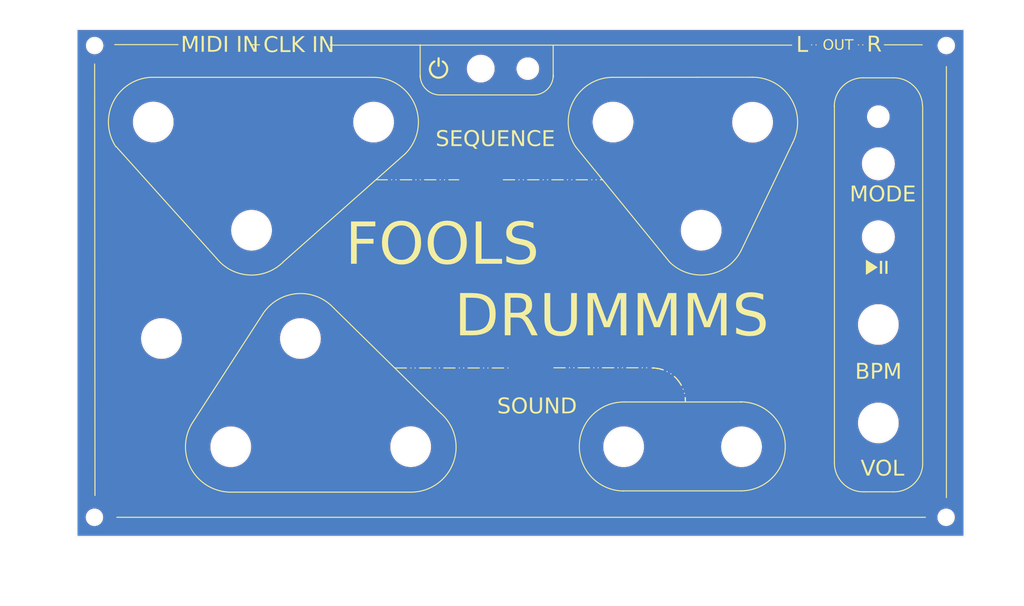
<source format=kicad_pcb>
(kicad_pcb
	(version 20240108)
	(generator "pcbnew")
	(generator_version "8.0")
	(general
		(thickness 1.6)
		(legacy_teardrops no)
	)
	(paper "A4")
	(layers
		(0 "F.Cu" signal)
		(31 "B.Cu" signal)
		(32 "B.Adhes" user "B.Adhesive")
		(33 "F.Adhes" user "F.Adhesive")
		(34 "B.Paste" user)
		(35 "F.Paste" user)
		(36 "B.SilkS" user "B.Silkscreen")
		(37 "F.SilkS" user "F.Silkscreen")
		(38 "B.Mask" user)
		(39 "F.Mask" user)
		(40 "Dwgs.User" user "User.Drawings")
		(41 "Cmts.User" user "User.Comments")
		(42 "Eco1.User" user "User.Eco1")
		(43 "Eco2.User" user "User.Eco2")
		(44 "Edge.Cuts" user)
		(45 "Margin" user)
		(46 "B.CrtYd" user "B.Courtyard")
		(47 "F.CrtYd" user "F.Courtyard")
		(48 "B.Fab" user)
		(49 "F.Fab" user)
		(50 "User.1" user)
		(51 "User.2" user)
		(52 "User.3" user)
		(53 "User.4" user)
		(54 "User.5" user)
		(55 "User.6" user)
		(56 "User.7" user)
		(57 "User.8" user)
		(58 "User.9" user)
	)
	(setup
		(stackup
			(layer "F.SilkS"
				(type "Top Silk Screen")
			)
			(layer "F.Paste"
				(type "Top Solder Paste")
			)
			(layer "F.Mask"
				(type "Top Solder Mask")
				(thickness 0.01)
			)
			(layer "F.Cu"
				(type "copper")
				(thickness 0.035)
			)
			(layer "dielectric 1"
				(type "core")
				(thickness 1.51)
				(material "FR4")
				(epsilon_r 4.5)
				(loss_tangent 0.02)
			)
			(layer "B.Cu"
				(type "copper")
				(thickness 0.035)
			)
			(layer "B.Mask"
				(type "Bottom Solder Mask")
				(thickness 0.01)
			)
			(layer "B.Paste"
				(type "Bottom Solder Paste")
			)
			(layer "B.SilkS"
				(type "Bottom Silk Screen")
			)
			(copper_finish "None")
			(dielectric_constraints no)
		)
		(pad_to_mask_clearance 0)
		(allow_soldermask_bridges_in_footprints no)
		(grid_origin 133.9658 51.5992)
		(pcbplotparams
			(layerselection 0x00010fc_ffffffff)
			(plot_on_all_layers_selection 0x0000000_00000000)
			(disableapertmacros no)
			(usegerberextensions yes)
			(usegerberattributes yes)
			(usegerberadvancedattributes yes)
			(creategerberjobfile yes)
			(dashed_line_dash_ratio 12.000000)
			(dashed_line_gap_ratio 3.000000)
			(svgprecision 4)
			(plotframeref no)
			(viasonmask no)
			(mode 1)
			(useauxorigin no)
			(hpglpennumber 1)
			(hpglpenspeed 20)
			(hpglpendiameter 15.000000)
			(pdf_front_fp_property_popups yes)
			(pdf_back_fp_property_popups yes)
			(dxfpolygonmode yes)
			(dxfimperialunits yes)
			(dxfusepcbnewfont yes)
			(psnegative no)
			(psa4output no)
			(plotreference yes)
			(plotvalue no)
			(plotfptext yes)
			(plotinvisibletext no)
			(sketchpadsonfab no)
			(subtractmaskfromsilk yes)
			(outputformat 1)
			(mirror no)
			(drillshape 0)
			(scaleselection 1)
			(outputdirectory "../Gerber/front_panel/")
		)
	)
	(net 0 "")
	(footprint "LOGO" (layer "F.Cu") (at 72.3708 103.6692))
	(footprint "LOGO" (layer "F.Cu") (at 95.975297 119.885689 25))
	(footprint "LOGO" (layer "F.Cu") (at 109.9158 121.1192 -25))
	(footprint "LOGO" (layer "F.Cu") (at 143.8658 109.3792))
	(footprint "LOGO" (layer "F.Cu") (at 125.8378 51.4722))
	(footprint "LOGO" (layer "F.Cu") (at 210.325249 89.9492))
	(footprint "LOGO" (layer "F.Cu") (at 134.1058 73.0792))
	(gr_line
		(start 113.7658 73.052)
		(end 129.7158 73.052)
		(stroke
			(width 0.2)
			(type dash_dot_dot)
		)
		(layer "F.SilkS")
		(uuid "04743f4b-aaa6-45b2-8ef5-a1c22919d3da")
	)
	(gr_arc
		(start 85.638354 133.341114)
		(mid 78.087603 128.780421)
		(end 78.353315 119.963213)
		(stroke
			(width 0.2)
			(type default)
		)
		(layer "F.SilkS")
		(uuid "0600b8aa-d1b0-4659-aaba-c53359b17041")
	)
	(gr_line
		(start 113.3006 53.278493)
		(end 70.25 53.278493)
		(stroke
			(width 0.2)
			(type default)
		)
		(layer "F.SilkS")
		(uuid "0e8ac627-3c2f-4599-9579-49b1e55458d2")
	)
	(gr_line
		(start 126.3158 118.1742)
		(end 105.0158 97.2242)
		(stroke
			(width 0.2)
			(type default)
		)
		(layer "F.SilkS")
		(uuid "12a919a6-3ee4-4c90-b813-f8cddd50ce5f")
	)
	(gr_line
		(start 211.7858 47.0042)
		(end 219.0758 47.0042)
		(stroke
			(width 0.2)
			(type default)
		)
		(layer "F.SilkS")
		(uuid "14598b99-975d-46d0-937e-f7ca6b1185ab")
	)
	(gr_arc
		(start 126.108129 56.6792)
		(mid 123.402506 55.558494)
		(end 122.2818 52.852871)
		(stroke
			(width 0.2)
			(type default)
		)
		(layer "F.SilkS")
		(uuid "1cfeaa8e-939f-4bab-8694-b4820690eabc")
	)
	(gr_line
		(start 207.861681 133.279837)
		(end 213.52168 133.279837)
		(stroke
			(width 0.2)
			(type default)
		)
		(layer "F.SilkS")
		(uuid "2b8c1999-9e4a-4c95-ae54-a73c35a33120")
	)
	(gr_arc
		(start 202.14168 58.869838)
		(mid 203.840146 54.93254)
		(end 207.832555 53.368003)
		(stroke
			(width 0.2)
			(type default)
		)
		(layer "F.SilkS")
		(uuid "2d837e8f-7c54-407b-8e84-27e7d7ad0c21")
	)
	(gr_arc
		(start 167.0058 109.3792)
		(mid 171.552049 111.262318)
		(end 173.435167 115.808567)
		(stroke
			(width 0.2)
			(type dash_dot_dot)
		)
		(layer "F.SilkS")
		(uuid "2e03ced1-cd43-4e90-b3a1-2e9c74a0cdb6")
	)
	(gr_line
		(start 85.638354 133.341115)
		(end 120.388354 133.341115)
		(stroke
			(width 0.2)
			(type default)
		)
		(layer "F.SilkS")
		(uuid "31db94ab-9f0e-40b0-8a20-7720a1bbd62b")
	)
	(gr_arc
		(start 91.845702 99.089723)
		(mid 97.996642 95.092268)
		(end 105.0158 97.2242)
		(stroke
			(width 0.2)
			(type default)
		)
		(layer "F.SilkS")
		(uuid "3a64a00c-7df5-4889-a158-56bf12cc9ce3")
	)
	(gr_line
		(start 78.353315 119.963213)
		(end 91.845702 99.089723)
		(stroke
			(width 0.2)
			(type default)
		)
		(layer "F.SilkS")
		(uuid "416bd7b2-dc15-4159-8ecb-7277646f68a6")
	)
	(gr_arc
		(start 213.474088 53.375302)
		(mid 217.466498 54.939838)
		(end 219.164963 58.877137)
		(stroke
			(width 0.2)
			(type default)
		)
		(layer "F.SilkS")
		(uuid "41a79385-40f3-4ed8-b616-016fa49bb66c")
	)
	(gr_line
		(start 148.0658 109.3392)
		(end 166.3258 109.3392)
		(stroke
			(width 0.2)
			(type dash_dot_dot)
		)
		(layer "F.SilkS")
		(uuid "428e97e7-b206-4ea6-a965-95483805e116")
	)
	(gr_line
		(start 198.6508 47.0142)
		(end 197.0408 47.0142)
		(stroke
			(width 0.2)
			(type dot)
		)
		(layer "F.SilkS")
		(uuid "464f9cd2-0894-4d88-8667-b53d38a70e17")
	)
	(gr_line
		(start 184.306263 115.940744)
		(end 161.61626 115.940744)
		(stroke
			(width 0.2)
			(type default)
		)
		(layer "F.SilkS")
		(uuid "4a3ed96f-37c3-4312-b4bd-1ec3a779f18c")
	)
	(gr_line
		(start 126.0918 56.6792)
		(end 144.1258 56.6792)
		(stroke
			(width 0.2)
			(type default)
		)
		(layer "F.SilkS")
		(uuid "508b3e3f-c12e-42bd-9500-3f822203ca9b")
	)
	(gr_line
		(start 219.7316 138.1992)
		(end 63.7816 138.1992)
		(stroke
			(width 0.2)
			(type default)
		)
		(layer "F.SilkS")
		(uuid "59c87dc4-a938-4186-8858-3d86d652cec8")
	)
	(gr_arc
		(start 186.388654 53.259544)
		(mid 193.784761 57.389038)
		(end 194.149999 65.852)
		(stroke
			(width 0.2)
			(type default)
		)
		(layer "F.SilkS")
		(uuid "5bd37656-d059-41ca-9dc8-04497344ff89")
	)
	(gr_line
		(start 202.170806 58.789838)
		(end 202.170806 127.778002)
		(stroke
			(width 0.2)
			(type default)
		)
		(layer "F.SilkS")
		(uuid "5eac411b-ecb2-43c7-9244-eb4e14ded6ec")
	)
	(gr_line
		(start 59.5658 133.9992)
		(end 59.5 50.6992)
		(stroke
			(width 0.2)
			(type default)
		)
		(layer "F.SilkS")
		(uuid "5ede1157-1a49-4bf5-8e93-25ea43292931")
	)
	(gr_line
		(start 213.474088 53.375302)
		(end 207.814089 53.375302)
		(stroke
			(width 0.2)
			(type default)
		)
		(layer "F.SilkS")
		(uuid "61ec1268-974a-460a-ac2c-6425ea819d4d")
	)
	(gr_line
		(start 147.9358 53.2642)
		(end 147.9358 47.1242)
		(stroke
			(width 0.2)
			(type default)
		)
		(layer "F.SilkS")
		(uuid "668b7c15-7613-48f1-9ca6-7dbe1f44cb8c")
	)
	(gr_line
		(start 223.7658 134.3992)
		(end 223.7658 51.1992)
		(stroke
			(width 0.2)
			(type default)
		)
		(layer "F.SilkS")
		(uuid "69c61bfd-bf0f-4e11-99ab-291e988d14b8")
	)
	(gr_line
		(start 83.05 88.252)
		(end 63.649826 66.652156)
		(stroke
			(width 0.2)
			(type default)
		)
		(layer "F.SilkS")
		(uuid "6a108759-ad87-4369-808f-e7eb452d949e")
	)
	(gr_line
		(start 152.25 66.652)
		(end 170.368212 88.904509)
		(stroke
			(width 0.2)
			(type default)
		)
		(layer "F.SilkS")
		(uuid "6e30fbda-e72f-471c-ac7c-62dfcb3fb25b")
	)
	(gr_line
		(start 219.191129 127.668564)
		(end 219.191129 58.899838)
		(stroke
			(width 0.2)
			(type default)
		)
		(layer "F.SilkS")
		(uuid "72aac673-33b9-42b5-a40e-10b2c5d1962a")
	)
	(gr_arc
		(start 147.952129 52.852871)
		(mid 146.831423 55.558494)
		(end 144.1258 56.6792)
		(stroke
			(width 0.2)
			(type default)
		)
		(layer "F.SilkS")
		(uuid "792159f7-3a93-44d3-846e-d4242fb19a8f")
	)
	(gr_arc
		(start 184.195606 86.677946)
		(mid 177.850961 91.325155)
		(end 170.368212 88.904509)
		(stroke
			(width 0.2)
			(type default)
		)
		(layer "F.SilkS")
		(uuid "7eaff446-dc43-4209-8772-5c3502b38342")
	)
	(gr_arc
		(start 219.210146 127.78254)
		(mid 217.51168 131.719838)
		(end 213.519271 133.284375)
		(stroke
			(width 0.2)
			(type default)
		)
		(layer "F.SilkS")
		(uuid "839f8255-42ba-4973-b2c9-5939fba8202b")
	)
	(gr_line
		(start 138.3158 73.052)
		(end 157.4658 73.052)
		(stroke
			(width 0.2)
			(type dash_dot_dot)
		)
		(layer "F.SilkS")
		(uuid "8622d228-426e-4fcb-bbe7-3134e69c22c7")
	)
	(gr_line
		(start 117.4558 109.3792)
		(end 139.9158 109.3792)
		(stroke
			(width 0.2)
			(type dash_dot_dot)
		)
		(layer "F.SilkS")
		(uuid "88b04c0e-5dee-41a4-bae5-235fbe4d6a5d")
	)
	(gr_arc
		(start 95.878751 88.910478)
		(mid 89.318001 91.432967)
		(end 83.05 88.252)
		(stroke
			(width 0.2)
			(type default)
		)
		(layer "F.SilkS")
		(uuid "96b5e5df-63a3-4def-805d-e36da7a34c4d")
	)
	(gr_arc
		(start 161.515339 133.117655)
		(mid 152.977345 124.47874)
		(end 161.61626 115.940744)
		(stroke
			(width 0.2)
			(type default)
		)
		(layer "F.SilkS")
		(uuid "9b777d82-0b1d-49b9-a00c-dce79213c6db")
	)
	(gr_line
		(start 207.6758 47.0142)
		(end 206.0658 47.0142)
		(stroke
			(width 0.2)
			(type dot)
		)
		(layer "F.SilkS")
		(uuid "a0cc107e-e18c-4411-8921-e8ecfbcd332a")
	)
	(gr_arc
		(start 126.3158 118.1742)
		(mid 128.612299 127.813427)
		(end 120.388354 133.341115)
		(stroke
			(width 0.2)
			(type default)
		)
		(layer "F.SilkS")
		(uuid "a57dc757-9853-432c-93ec-c3974e3d0332")
	)
	(gr_arc
		(start 207.861681 133.279837)
		(mid 203.869271 131.715301)
		(end 202.170806 127.778002)
		(stroke
			(width 0.2)
			(type default)
		)
		(layer "F.SilkS")
		(uuid "ad95cc14-b9e2-44cd-a678-7a805fe66170")
	)
	(gr_line
		(start 119.409937 68.027737)
		(end 95.870803 88.90253)
		(stroke
			(width 0.2)
			(type default)
		)
		(layer "F.SilkS")
		(uuid "b6273784-be84-4583-add7-f96f0a59d155")
	)
	(gr_arc
		(start 113.3006 53.278493)
		(mid 121.282833 58.612051)
		(end 119.409937 68.027737)
		(stroke
			(width 0.2)
			(type default)
		)
		(layer "F.SilkS")
		(uuid "bfdcc295-a182-4dc0-b744-2acd7278ab84")
	)
	(gr_line
		(start 159.474377 53.276037)
		(end 186.388654 53.259544)
		(stroke
			(width 0.2)
			(type default)
		)
		(layer "F.SilkS")
		(uuid "dc201e1b-9626-4fc8-ba39-aedd94d11703")
	)
	(gr_line
		(start 193.9458 47.0642)
		(end 104.9358 47.0642)
		(stroke
			(width 0.2)
			(type default)
		)
		(layer "F.SilkS")
		(uuid "dfe2aca5-12bb-41f2-bdd3-e3cde5b99c0e")
	)
	(gr_line
		(start 184.151718 133.09874)
		(end 161.461715 133.09874)
		(stroke
			(width 0.2)
			(type default)
		)
		(layer "F.SilkS")
		(uuid "eabe9cec-e8c7-4911-b55a-588dcf0586a5")
	)
	(gr_arc
		(start 184.050797 115.921829)
		(mid 192.689712 124.459824)
		(end 184.151718 133.09874)
		(stroke
			(width 0.2)
			(type default)
		)
		(layer "F.SilkS")
		(uuid "edd2bb60-76e0-43d7-a0af-a0e679a6e4a3")
	)
	(gr_line
		(start 91.3358 46.9942)
		(end 89.5158 46.9942)
		(stroke
			(width 0.2)
			(type default)
		)
		(layer "F.SilkS")
		(uuid "f1d4a831-bb16-43ae-9f2e-abffad5362a8")
	)
	(gr_line
		(start 122.2818 46.9992)
		(end 122.2818 53.2642)
		(stroke
			(width 0.2)
			(type default)
		)
		(layer "F.SilkS")
		(uuid "f2b32eb0-97ac-4f92-ba17-29d1fea705c8")
	)
	(gr_line
		(start 219.0758 47.0042)
		(end 219.0758 47.0042)
		(stroke
			(width 0.2)
			(type default)
		)
		(layer "F.SilkS")
		(uuid "f335f79f-5163-43b3-8941-fc9e49f37211")
	)
	(gr_arc
		(start 63.60185 66.683942)
		(mid 63.060937 58.064458)
		(end 70.25 53.278493)
		(stroke
			(width 0.2)
			(type default)
		)
		(layer "F.SilkS")
		(uuid "f78a1777-6039-4358-abd9-46ff63c2d58d")
	)
	(gr_line
		(start 184.195606 86.677946)
		(end 194.15 65.852)
		(stroke
			(width 0.2)
			(type default)
		)
		(layer "F.SilkS")
		(uuid "fa47d006-b83e-4069-9463-356096697f90")
	)
	(gr_arc
		(start 152.25 66.652)
		(mid 151.872246 57.808263)
		(end 159.474377 53.273732)
		(stroke
			(width 0.2)
			(type default)
		)
		(layer "F.SilkS")
		(uuid "fe029958-6e37-4027-b699-8a06e8a9fb9d")
	)
	(gr_line
		(start 75.5758 46.9642)
		(end 63.3658 46.9642)
		(stroke
			(width 0.2)
			(type default)
		)
		(layer "F.SilkS")
		(uuid "ff65aebf-e36c-4aa6-be37-861937afb684")
	)
	(gr_rect
		(start 172.0658 50.3992)
		(end 175.0658 52.3992)
		(stroke
			(width 0.1)
			(type solid)
		)
		(fill solid)
		(layer "B.Mask")
		(uuid "b7ee0859-e0ac-49c6-a6b2-7a959f6c368f")
	)
	(gr_line
		(start 174.3658 69.6492)
		(end 173.7658 70.0492)
		(stroke
			(width 0.1)
			(type default)
		)
		(layer "F.Mask")
		(uuid "003ad116-4d39-4fe8-9ae8-f919f5c3457f")
	)
	(gr_line
		(start 107.25 61.652)
		(end 107.25 62.652)
		(stroke
			(width 0.2)
			(type default)
		)
		(layer "F.Mask")
		(uuid "048caaf2-5c4d-4247-abb1-9e40692deb03")
	)
	(gr_line
		(start 98.85 62.452)
		(end 98.85 61.452)
		(stroke
			(width 0.2)
			(type default)
		)
		(layer "F.Mask")
		(uuid "04c0d558-8238-4cc2-b2e8-bdd9ab8083f9")
	)
	(gr_line
		(start 93.05 67.652)
		(end 93.05 63.452)
		(stroke
			(width 0.2)
			(type default)
		)
		(layer "F.Mask")
		(uuid "0561b2b3-21ec-4b03-8bce-0677b6a29dee")
	)
	(gr_line
		(start 173.1758 124.4292)
		(end 173.8158 124.4292)
		(stroke
			(width 0.2)
			(type default)
		)
		(layer "F.Mask")
		(uuid "06e69773-33b7-4551-aa67-766c65247822")
	)
	(gr_line
		(start 94.65 76.252)
		(end 94.65 74.452)
		(stroke
			(width 0.2)
			(type default)
		)
		(layer "F.Mask")
		(uuid "06eb64a6-1136-4c94-b90c-5ddca321d785")
	)
	(gr_line
		(start 170.0658 125.8892)
		(end 170.0658 127.1692)
		(stroke
			(width 0.2)
			(type default)
		)
		(layer "F.Mask")
		(uuid "07432d94-c7df-48e1-81f4-6de4ad1d3cf7")
	)
	(gr_line
		(start 101.1058 112.4292)
		(end 101.9858 112.3492)
		(stroke
			(width 0.2)
			(type default)
		)
		(layer "F.Mask")
		(uuid "07dbe87a-8b58-4b3b-9b3e-99a94fa6794e")
	)
	(gr_line
		(start 101.3158 109.4792)
		(end 98.5558 110.6592)
		(stroke
			(width 0.2)
			(type default)
		)
		(layer "F.Mask")
		(uuid "08595ae9-f97a-4526-a326-8f72c2d9a1a2")
	)
	(gr_line
		(start 163.0158 65.3242)
		(end 163.9158 64.0742)
		(stroke
			(width 0.2)
			(type default)
		)
		(layer "F.Mask")
		(uuid "0882b334-8217-4750-a82d-972c00086b7e")
	)
	(gr_line
		(start 99.8658 115.4992)
		(end 102.2758 114.9592)
		(stroke
			(width 0.2)
			(type default)
		)
		(layer "F.Mask")
		(uuid "0a0c96b3-4c9c-409b-8498-b2920fe3ee20")
	)
	(gr_line
		(start 177.4458 123.8492)
		(end 178.0358 123.8492)
		(stroke
			(width 0.2)
			(type default)
		)
		(layer "F.Mask")
		(uuid "0a1120f8-e071-43eb-bbd5-d5c6d042c334")
	)
	(gr_line
		(start 169.4058 123.9442)
		(end 169.4058 125.1492)
		(stroke
			(width 0.2)
			(type default)
		)
		(layer "F.Mask")
		(uuid "0b9c34df-df62-4d1c-ae19-bc2551ec19ca")
	)
	(gr_line
		(start 168.5358 126.0492)
		(end 168.5358 123.9442)
		(stroke
			(width 0.2)
			(type default)
		)
		(layer "F.Mask")
		(uuid "0bb07e8c-bb4f-481e-9669-098f92c4e290")
	)
	(gr_line
		(start 85.05 65.252)
		(end 85.05 67.452)
		(stroke
			(width 0.2)
			(type default)
		)
		(layer "F.Mask")
		(uuid "0c798a7f-7436-4b02-bae8-18a3ffddd28c")
	)
	(gr_line
		(start 98.25 80.452)
		(end 96.05 80.452)
		(stroke
			(width 0.2)
			(type default)
		)
		(layer "F.Mask")
		(uuid "0d7ee2fb-055c-4ee7-bafe-22c42d6384bf")
	)
	(gr_line
		(start 179.1358 124.5392)
		(end 179.8958 124.5392)
		(stroke
			(width 0.2)
			(type default)
		)
		(layer "F.Mask")
		(uuid "0fa2a06e-ffe4-40cd-8a96-1e87fdd10228")
	)
	(gr_line
		(start 174.3358 121.9192)
		(end 176.8258 121.9192)
		(stroke
			(width 0.2)
			(type default)
		)
		(layer "F.Mask")
		(uuid "10590e37-487d-4ec0-9391-0643ca9a3617")
	)
	(gr_line
		(start 173.8158 123.1992)
		(end 174.4358 123.1992)
		(stroke
			(width 0.2)
			(type default)
		)
		(layer "F.Mask")
		(uuid "10657ff1-42e1-445d-a963-d4cd86ff07f6")
	)
	(gr_line
		(start 83.05 70.852)
		(end 83.05 65.252)
		(stroke
			(width 0.2)
			(type default)
		)
		(layer "F.Mask")
		(uuid "106fb976-59c6-4799-926b-817ef609c17c")
	)
	(gr_line
		(start 168.5358 123.9442)
		(end 169.4058 123.9442)
		(stroke
			(width 0.2)
			(type default)
		)
		(layer "F.Mask")
		(uuid "111887a3-973a-457c-9af5-ab5d7e1edcfa")
	)
	(gr_line
		(start 102.4558 109.4092)
		(end 101.3958 110.0892)
		(stroke
			(width 0.2)
			(type default)
		)
		(layer "F.Mask")
		(uuid "118e231c-3c35-44b1-b291-bdd721c53b7a")
	)
	(gr_arc
		(start 175.815801 64.1492)
		(mid 176.399172 62.873046)
		(end 177.801588 62.919096)
		(stroke
			(width 0.2)
			(type default)
		)
		(layer "F.Mask")
		(uuid "15940307-de2f-462b-bc21-a3b9b529907a")
	)
	(gr_line
		(start 100.5058 115.8892)
		(end 103.0658 115.2092)
		(stroke
			(width 0.2)
			(type default)
		)
		(layer "F.Mask")
		(uuid "165ffd41-f1f7-4bb8-bfc9-70ca8038806f")
	)
	(gr_line
		(start 166.8358 124.6092)
		(end 166.8358 121.8392)
		(stroke
			(width 0.2)
			(type default)
		)
		(layer "F.Mask")
		(uuid "16854935-4e0c-4fb5-b317-c73775d196fd")
	)
	(gr_line
		(start 170.8658 70.4492)
		(end 171.2658 70.0492)
		(stroke
			(width 0.1)
			(type default)
		)
		(layer "F.Mask")
		(uuid "1825671e-20cd-4b13-aad6-4d827456602c")
	)
	(gr_line
		(start 102.45 67.052)
		(end 99.65 67.052)
		(stroke
			(width 0.2)
			(type default)
		)
		(layer "F.Mask")
		(uuid "18fe1e82-4bb5-4262-ae0e-f7476fdbd41a")
	)
	(gr_line
		(start 174.3358 122.5292)
		(end 174.3358 121.9192)
		(stroke
			(width 0.2)
			(type default)
		)
		(layer "F.Mask")
		(uuid "1b909b88-5c70-41cf-982a-b1946288900a")
	)
	(gr_line
		(start 173.3658 69.3992)
		(end 173.9658 69.0492)
		(stroke
			(width 0.1)
			(type default)
		)
		(layer "F.Mask")
		(uuid "1caee152-d4e9-4847-adec-0a8f6143bb06")
	)
	(gr_line
		(start 104.45 66.452)
		(end 106.05 66.452)
		(stroke
			(width 0.2)
			(type default)
		)
		(layer "F.Mask")
		(uuid "1d6d1a61-1de7-46cb-91e2-6e4e7846a6f9")
	)
	(gr_line
		(start 178.5458 122.2892)
		(end 179.1358 122.2892)
		(stroke
			(width 0.2)
			(type default)
		)
		(layer "F.Mask")
		(uuid "2079cbef-7165-43d4-9080-b7d8b27e16c7")
	)
	(gr_line
		(start 100.1058 114.4492)
		(end 103.8758 113.4192)
		(stroke
			(width 0.2)
			(type default)
		)
		(layer "F.Mask")
		(uuid "20a93b17-f639-4063-8a28-34dca6ef1f4a")
	)
	(gr_line
		(start 165.6658 66.0992)
		(end 166.5658 64.8492)
		(stroke
			(width 0.2)
			(type default)
		)
		(layer "F.Mask")
		(uuid "21aa7b28-b2ee-470b-aa20-921fa2fb8fa8")
	)
	(gr_line
		(start 163.9658 65.8992)
		(end 164.8658 64.6492)
		(stroke
			(width 0.2)
			(type default)
		)
		(layer "F.Mask")
		(uuid "224468f6-211f-474b-90a0-eaca9524b113")
	)
	(gr_line
		(start 173.1758 127.1692)
		(end 173.1758 124.4292)
		(stroke
			(width 0.2)
			(type default)
		)
		(layer "F.Mask")
		(uuid "229d85b5-e2b2-41dd-a4f1-1e44f0e2b630")
	)
	(gr_line
		(start 100.1458 111.6492)
		(end 98.6558 112.2792)
		(stroke
			(width 0.2)
			(type default)
		)
		(layer "F.Mask")
		(uuid "236b81b6-8a09-4052-af35-95ed202dbe93")
	)
	(gr_line
		(start 167.7158 121.8392)
		(end 167.7158 126.0492)
		(stroke
			(width 0.2)
			(type default)
		)
		(layer "F.Mask")
		(uuid "247e5d9a-b42e-48c7-a9ec-005efd86835a")
	)
	(gr_line
		(start 179.1358 122.2892)
		(end 179.1358 124.5392)
		(stroke
			(width 0.2)
			(type default)
		)
		(layer "F.Mask")
		(uuid "253c8e44-5141-4908-941b-22ff2b5e5248")
	)
	(gr_line
		(start 101.3558 116.6692)
		(end 102.009654 116.750499)
		(stroke
			(width 0.2)
			(type default)
		)
		(layer "F.Mask")
		(uuid "25b52b22-ce65-4a82-899d-f95d862fcbfd")
	)
	(gr_line
		(start 174.4358 123.1992)
		(end 174.4358 125.5692)
		(stroke
			(width 0.2)
			(type default)
		)
		(layer "F.Mask")
		(uuid "25ec42da-bba2-4529-9093-dcec79824476")
	)
	(gr_line
		(start 175.2058 125.5692)
		(end 175.2058 126.3592)
		(stroke
			(width 0.2)
			(type default)
		)
		(layer "F.Mask")
		(uuid "26391599-a80a-4c9d-b231-3d42cdf28386")
	)
	(gr_line
		(start 173.8158 69.6492)
		(end 174.3658 69.6492)
		(stroke
			(width 0.1)
			(type default)
		)
		(layer "F.Mask")
		(uuid "26c20ea6-74eb-4b6c-afce-64ff26131c98")
	)
	(gr_line
		(start 94.65 74.452)
		(end 96.05 74.452)
		(stroke
			(width 0.2)
			(type default)
		)
		(layer "F.Mask")
		(uuid "283517a3-4dae-4d7d-ab52-6812334f7966")
	)
	(gr_line
		(start 167.0658 67.2992)
		(end 167.9658 66.0492)
		(stroke
			(width 0.2)
			(type default)
		)
		(layer "F.Mask")
		(uuid "28ae327a-2ed7-4e33-91e5-54ddc3675822")
	)
	(gr_line
		(start 166.3158 67.7992)
		(end 167.2158 66.5492)
		(stroke
			(width 0.2)
			(type default)
		)
		(layer "F.Mask")
		(uuid "28e4d1eb-0b75-4fac-a06a-346218133abb")
	)
	(gr_line
		(start 89.65 70.852)
		(end 89.65 74.052)
		(stroke
			(width 0.2)
			(type default)
		)
		(layer "F.Mask")
		(uuid "29a05cce-fa30-40d1-8655-041088353f73")
	)
	(gr_line
		(start 98.2658 109.7992)
		(end 103.3658 108.2992)
		(stroke
			(width 0.2)
			(type default)
		)
		(layer "F.Mask")
		(uuid "29fa08e1-a6eb-4092-9b80-e9a2bbbd939c")
	)
	(gr_line
		(start 91.65 67.652)
		(end 93.05 67.652)
		(stroke
			(width 0.2)
			(type default)
		)
		(layer "F.Mask")
		(uuid "2abf2ad8-cf2e-4db5-8124-0a61a1ecc5f4")
	)
	(gr_line
		(start 96.05 78.652)
		(end 98.25 78.652)
		(stroke
			(width 0.2)
			(type default)
		)
		(layer "F.Mask")
		(uuid "2c9c7c12-1366-48da-bcba-7544391a8c4b")
	)
	(gr_line
		(start 89.65 74.052)
		(end 84.25 74.052)
		(stroke
			(width 0.2)
			(type default)
		)
		(layer "F.Mask")
		(uuid "2eb6b1a4-6fc7-4334-b4c3-bf157b27efa8")
	)
	(gr_line
		(start 177.801588 62.919096)
		(end 179.315654 64.57621)
		(stroke
			(width 0.2)
			(type default)
		)
		(layer "F.Mask")
		(uuid "2f3903c7-c7a8-4a7b-b4fb-892a815a3a8b")
	)
	(gr_line
		(start 99.65 67.052)
		(end 99.65 68.052)
		(stroke
			(width 0.2)
			(type default)
		)
		(layer "F.Mask")
		(uuid "336c27b7-a48d-4a87-9b6a-71e6fff9e9b0")
	)
	(gr_line
		(start 88.65 67.452)
		(end 88.65 69.052)
		(stroke
			(width 0.2)
			(type default)
		)
		(layer "F.Mask")
		(uuid "339112be-0d51-418e-b478-4725ff1db4e5")
	)
	(gr_arc
		(start 176.313407 65.945682)
		(mid 176.247255 67.562565)
		(end 175.2658 68.8492)
		(stroke
			(width 0.2)
			(type default)
		)
		(layer "F.Mask")
		(uuid "33923a19-d389-4990-b3d5-3bb7dbfce198")
	)
	(gr_line
		(start 172.9158 71.1992)
		(end 172.5158 70.4992)
		(stroke
			(width 0.1)
			(type default)
		)
		(layer "F.Mask")
		(uuid "36f52db7-324b-4356-ae1c-cc6ee640ce26")
	)
	(gr_line
		(start 102.9758 116.7792)
		(end 102.3258 117.3292)
		(stroke
			(width 0.2)
			(type default)
		)
		(layer "F.Mask")
		(uuid "36fa4273-3406-4197-a19f-97af6bdb9efc")
	)
	(gr_line
		(start 98.25 78.652)
		(end 98.25 80.452)
		(stroke
			(width 0.2)
			(type default)
		)
		(layer "F.Mask")
		(uuid "37927731-e83d-47a7-96c5-40efb4afff1a")
	)
	(gr_line
		(start 99.0658 109.0992)
		(end 101.3658 108.5992)
		(stroke
			(width 0.2)
			(type default)
		)
		(layer "F.Mask")
		(uuid "387fd4b2-8c2e-4e29-b075-b1f14f335122")
	)
	(gr_line
		(start 177.4858 126.1492)
		(end 177.4858 126.7592)
		(stroke
			(width 0.2)
			(type default)
		)
		(layer "F.Mask")
		(uuid "3bd0573f-edcc-4684-aa73-8b6905abd002")
	)
	(gr_line
		(start 104.45 64.452)
		(end 104.45 66.452)
		(stroke
			(width 0.2)
			(type default)
		)
		(layer "F.Mask")
		(uuid "3c27f9c6-256c-4680-9fee-8cfa018577fc")
	)
	(gr_line
		(start 169.0658 69.3242)
		(end 169.9658 68.0742)
		(stroke
			(width 0.2)
			(type default)
		)
		(layer "F.Mask")
		(uuid "3cbaf94b-1fd5-49a2-833f-6d7f0f4cb27a")
	)
	(gr_line
		(start 102.7858 115.7292)
		(end 101.3558 116.6692)
		(stroke
			(width 0.2)
			(type default)
		)
		(layer "F.Mask")
		(uuid "3e0cc3ba-3221-413c-bc8e-5c214ada90a8")
	)
	(gr_line
		(start 87.85 70.852)
		(end 89.65 70.852)
		(stroke
			(width 0.2)
			(type default)
		)
		(layer "F.Mask")
		(uuid "3e98a73b-88d3-4c4e-aafb-ed68c27938c9")
	)
	(gr_line
		(start 170.7558 126.5292)
		(end 170.7558 125.8892)
		(stroke
			(width 0.2)
			(type default)
		)
		(layer "F.Mask")
		(uuid "40a31d93-3eea-4487-8e67-413c5dffe2dd")
	)
	(gr_line
		(start 106.05 64.852)
		(end 106.05 62.652)
		(stroke
			(width 0.2)
			(type default)
		)
		(layer "F.Mask")
		(uuid "4112353f-d0d4-41ec-a4c9-f48e67b889d0")
	)
	(gr_line
		(start 75.85 70.852)
		(end 83.05 70.852)
		(stroke
			(width 0.2)
			(type default)
		)
		(layer "F.Mask")
		(uuid "43c8a69f-4911-4421-b981-4ce755e9a166")
	)
	(gr_line
		(start 99.65 68.052)
		(end 103.45 68.052)
		(stroke
			(width 0.2)
			(type default)
		)
		(layer "F.Mask")
		(uuid "457b15c1-38e7-4fb5-a342-cd913e410ee0")
	)
	(gr_line
		(start 170.7158 69.7992)
		(end 171.3658 69.5992)
		(stroke
			(width 0.1)
			(type default)
		)
		(layer "F.Mask")
		(uuid "45aa8caa-4111-4e08-900e-3d23c61a65c1")
	)
	(gr_line
		(start 102.2058 111.3192)
		(end 101.4758 111.9192)
		(stroke
			(width 0.2)
			(type default)
		)
		(layer "F.Mask")
		(uuid "45ee4126-c12c-4718-add1-dc40003c59a2")
	)
	(gr_line
		(start 98.5558 110.6592)
		(end 102.4558 109.4092)
		(stroke
			(width 0.2)
			(type default)
		)
		(layer "F.Mask")
		(uuid "4798351d-98a3-4b2c-bccc-9f4b7be8c24f")
	)
	(gr_line
		(start 103.6758 112.3692)
		(end 99.1358 114.0992)
		(stroke
			(width 0.2)
			(type default)
		)
		(layer "F.Mask")
		(uuid "48cb719b-c2cd-467e-beb1-6b45e65d77b4")
	)
	(gr_line
		(start 104.85 62.652)
		(end 104.85 61.652)
		(stroke
			(width 0.2)
			(type default)
		)
		(layer "F.Mask")
		(uuid "4a2b35b7-3c1d-4c0b-b0c2-273127e37f53")
	)
	(gr_line
		(start 102.3658 107.7992)
		(end 99.0658 109.0992)
		(stroke
			(width 0.2)
			(type default)
		)
		(layer "F.Mask")
		(uuid "4afff639-2d00-4750-89c0-847c24abfb2b")
	)
	(gr_line
		(start 172.1658 125.7692)
		(end 172.1658 126.5292)
		(stroke
			(width 0.2)
			(type default)
		)
		(layer "F.Mask")
		(uuid "4bb5a60d-6356-4a63-8984-419039b368b4")
	)
	(gr_line
		(start 84.25 76.252)
		(end 94.65 76.252)
		(stroke
			(width 0.2)
			(type default)
		)
		(layer "F.Mask")
		(uuid "4c8bf9bd-26d4-4d6a-917f-842d97962ab7")
	)
	(gr_line
		(start 177.4458 124.7892)
		(end 177.4458 123.8492)
		(stroke
			(width 0.2)
			(type default)
		)
		(layer "F.Mask")
		(uuid "4e0e346c-6543-45e5-8a67-64b50e240831")
	)
	(gr_line
		(start 86.45 72.652)
		(end 87.85 72.652)
		(stroke
			(width 0.2)
			(type default)
		)
		(layer "F.Mask")
		(uuid "4fa9ce28-468d-49f6-847e-2369590426fd")
	)
	(gr_line
		(start 101.4758 111.9192)
		(end 103.3858 111.3692)
		(stroke
			(width 0.2)
			(type default)
		)
		(layer "F.Mask")
		(uuid "51f51d00-570f-424b-aeed-7e3d871f7389")
	)
	(gr_line
		(start 171.3558 125.7692)
		(end 172.1658 125.7692)
		(stroke
			(width 0.2)
			(type default)
		)
		(layer "F.Mask")
		(uuid "53ce189b-285d-4eb4-b1e8-1245ea84ce99")
	)
	(gr_line
		(start 86.45 69.052)
		(end 86.45 72.652)
		(stroke
			(width 0.2)
			(type default)
		)
		(layer "F.Mask")
		(uuid "54430948-3c4b-4430-9973-e44494d98960")
	)
	(gr_line
		(start 170.6358 123.9092)
		(end 171.3558 123.9092)
		(stroke
			(width 0.2)
			(type default)
		)
		(layer "F.Mask")
		(uuid "5447ebff-67b2-4f86-896a-37fd7dcf8b6b")
	)
	(gr_line
		(start 103.7258 116.4792)
		(end 102.515785 118.459191)
		(stroke
			(width 0.2)
			(type default)
		)
		(layer "F.Mask")
		(uuid "5514105f-a345-4e3e-b081-16b1a1ac68f5")
	)
	(gr_line
		(start 172.8158 69.0992)
		(end 173.3158 68.6492)
		(stroke
			(width 0.1)
			(type default)
		)
		(layer "F.Mask")
		(uuid "55203863-6c12-4894-968b-eebf70117be0")
	)
	(gr_line
		(start 101.3658 108.5992)
		(end 98.2658 109.7992)
		(stroke
			(width 0.2)
			(type default)
		)
		(layer "F.Mask")
		(uuid "55f23a27-da5c-48e2-8611-04d27dd3426a")
	)
	(gr_line
		(start 175.1558 122.5292)
		(end 174.3358 122.5292)
		(stroke
			(width 0.2)
			(type default)
		)
		(layer "F.Mask")
		(uuid "5670894e-7ada-4cf1-9bef-1691be85e452")
	)
	(gr_line
		(start 99.1358 114.0992)
		(end 101.2358 113.6792)
		(stroke
			(width 0.2)
			(type default)
		)
		(layer "F.Mask")
		(uuid "589bdce3-8199-44c6-a2b3-d1881728c834")
	)
	(gr_line
		(start 167.3658 68.3992)
		(end 168.2658 67.1492)
		(stroke
			(width 0.2)
			(type default)
		)
		(layer "F.Mask")
		(uuid "59d96b40-8cd0-44ea-908b-69297866f2ea")
	)
	(gr_line
		(start 98.6558 112.2792)
		(end 102.2058 111.3192)
		(stroke
			(width 0.2)
			(type default)
		)
		(layer "F.Mask")
		(uuid "5bab46ed-01d9-4de1-8fce-154fe8c67d0d")
	)
	(gr_line
		(start 175.1558 123.2192)
		(end 175.1558 122.5292)
		(stroke
			(width 0.2)
			(type default)
		)
		(layer "F.Mask")
		(uuid "5d030ac3-18a1-466e-8f2a-8d8b59a18cee")
	)
	(gr_line
		(start 75.45 61.952)
		(end 77.35 61.952)
		(stroke
			(width 0.2)
			(type default)
		)
		(layer "F.Mask")
		(uuid "5e3288e2-151b-4303-8c21-c735f178fa06")
	)
	(gr_line
		(start 99.6958 110.7592)
		(end 102.5458 110.4292)
		(stroke
			(width 0.2)
			(type default)
		)
		(layer "F.Mask")
		(uuid "5eb4f5e1-9b42-43a1-937a-71ec1dbb8334")
	)
	(gr_arc
		(start 103.7258 116.4792)
		(mid 104.104158 116.291891)
		(end 104.318806 116.655437)
		(stroke
			(width 0.2)
			(type default)
		)
		(layer "F.Mask")
		(uuid "607c0df7-2b40-434e-b533-7c4469523ae8")
	)
	(gr_line
		(start 101.25 63.452)
		(end 101.25 62.452)
		(stroke
			(width 0.2)
			(type default)
		)
		(layer "F.Mask")
		(uuid "609444c9-ac2a-41b3-b763-b691a87c2d55")
	)
	(gr_line
		(start 171.9658 70.6492)
		(end 171.3158 70.8492)
		(stroke
			(width 0.1)
			(type default)
		)
		(layer "F.Mask")
		(uuid "60c84ca6-cbdb-415c-a114-885617328db7")
	)
	(gr_line
		(start 168.1158 68.3992)
		(end 169.0158 67.1492)
		(stroke
			(width 0.2)
			(type default)
		)
		(layer "F.Mask")
		(uuid "61b79c3b-678c-4a11-8e30-fa52ad6dee0b")
	)
	(gr_line
		(start 174.4358 125.5692)
		(end 175.2058 125.5692)
		(stroke
			(width 0.2)
			(type default)
		)
		(layer "F.Mask")
		(uuid "633f000e-3180-40e5-a702-ba928f7f8157")
	)
	(gr_line
		(start 100.7558 114.7292)
		(end 102.8458 114.2692)
		(stroke
			(width 0.2)
			(type default)
		)
		(layer "F.Mask")
		(uuid "6410b3b8-12b7-49bc-95e2-8cd172e13d03")
	)
	(gr_line
		(start 101.3958 110.0892)
		(end 99.6958 110.7592)
		(stroke
			(width 0.2)
			(type default)
		)
		(layer "F.Mask")
		(uuid "6418fcfe-31d7-4410-b318-38c10e28f6fe")
	)
	(gr_line
		(start 170.0658 127.1692)
		(end 173.1758 127.1692)
		(stroke
			(width 0.2)
			(type default)
		)
		(layer "F.Mask")
		(uuid "64254195-9e5e-41e8-9417-2793cb080ad6")
	)
	(gr_line
		(start 173.3158 68.6492)
		(end 173.3658 69.3992)
		(stroke
			(width 0.1)
			(type default)
		)
		(layer "F.Mask")
		(uuid "647478e8-be4b-4ff5-8f7f-b5bae5c23fdd")
	)
	(gr_line
		(start 175.9658 126.3592)
		(end 175.9658 123.2192)
		(stroke
			(width 0.2)
			(type default)
		)
		(layer "F.Mask")
		(uuid "64bf0050-3918-49e9-8056-9f2a804ef4c3")
	)
	(gr_line
		(start 77.35 66.652)
		(end 80.85 66.652)
		(stroke
			(width 0.2)
			(type default)
		)
		(layer "F.Mask")
		(uuid "657129e2-7f57-48ab-bf4f-e6a645d8d7dc")
	)
	(gr_line
		(start 84.25 74.052)
		(end 84.25 76.252)
		(stroke
			(width 0.2)
			(type default)
		)
		(layer "F.Mask")
		(uuid "65d2c97d-4b45-4f44-9541-a56a93c5cc5d")
	)
	(gr_line
		(start 166.8358 121.8392)
		(end 167.7158 121.8392)
		(stroke
			(width 0.2)
			(type default)
		)
		(layer "F.Mask")
		(uuid "65ff54da-4d43-494c-83b8-63ba5a79c4b1")
	)
	(gr_line
		(start 172.5658 68.3992)
		(end 172.8158 69.0992)
		(stroke
			(width 0.1)
			(type default)
		)
		(layer "F.Mask")
		(uuid "670f26ce-259c-45f7-af98-328f6a90bf7e")
	)
	(gr_line
		(start 102.2758 114.9592)
		(end 100.5058 115.8892)
		(stroke
			(width 0.2)
			(type default)
		)
		(layer "F.Mask")
		(uuid "67bc2d37-3d8e-48b8-b881-6630084becb2")
	)
	(gr_line
		(start 101.947724 118.109922)
		(end 102.3258 117.3292)
		(stroke
			(width 0.2)
			(type default)
		)
		(layer "F.Mask")
		(uuid "6949afd3-91ba-4f76-9f6e-bcdabb59f9c2")
	)
	(gr_line
		(start 170.0658 123.1492)
		(end 169.0558 123.1492)
		(stroke
			(width 0.2)
			(type default)
		)
		(layer "F.Mask")
		(uuid "6a232f79-c412-4b3c-ad27-5100bbca2fd5")
	)
	(gr_line
		(start 175.815801 64.1492)
		(end 176.313407 65.945682)
		(stroke
			(width 0.2)
			(type default)
		)
		(layer "F.Mask")
		(uuid "6ac894e3-f58f-4ecd-a48a-f7405f74c86d")
	)
	(gr_poly
		(pts
			(xy 171.3158 70.8492) (xy 171.5658 70.3492) (xy 170.8658 70.4492) (xy 171.2658 70.0492) (xy 170.7158 69.7992)
			(xy 171.3658 69.5992) (xy 170.9658 69.0492) (xy 171.6658 69.1492) (xy 171.6158 68.4992) (xy 172.2158 69.0492)
			(xy 172.5658 68.3992) (xy 172.8158 69.0992) (xy 173.3158 68.6492) (xy 173.3658 69.3992) (xy 173.9658 69.0492)
			(xy 173.8158 69.6492) (xy 174.3658 69.6492) (xy 173.7658 70.0492) (xy 174.3658 70.3492) (xy 173.5158 70.4492)
			(xy 173.7658 70.9992) (xy 173.0158 70.5992) (xy 172.9158 71.1992) (xy 172.5158 70.4992) (xy 172.1158 71.0992)
			(xy 171.9658 70.6492)
		)
		(stroke
			(width 0.1)
			(type solid)
		)
		(fill solid)
		(layer "F.Mask")
		(uuid "6cca8c75-d0f7-4095-a51c-e281fb119f5a")
	)
	(gr_line
		(start 103.45 64.452)
		(end 104.45 64.452)
		(stroke
			(width 0.2)
			(type default)
		)
		(layer "F.Mask")
		(uuid "6e35d234-8a8a-40a6-a639-06df4df4eb8d")
	)
	(gr_line
		(start 169.4058 125.1492)
		(end 170.0658 125.1492)
		(stroke
			(width 0.2)
			(type default)
		)
		(layer "F.Mask")
		(uuid "6f4f57c1-9355-44ad-9add-6b66b639b4f0")
	)
	(gr_line
		(start 83.05 65.252)
		(end 85.05 65.252)
		(stroke
			(width 0.2)
			(type default)
		)
		(layer "F.Mask")
		(uuid "700eb176-3102-42d9-a5bc-6f801ff90516")
	)
	(gr_line
		(start 99.9758 113.1292)
		(end 103.6758 112.3692)
		(stroke
			(width 0.2)
			(type default)
		)
		(layer "F.Mask")
		(uuid "715876b1-f4a9-4fa3-9d56-2e2b017aaec9")
	)
	(gr_line
		(start 100.1658 109.5992)
		(end 101.3158 109.4792)
		(stroke
			(width 0.2)
			(type default)
		)
		(layer "F.Mask")
		(uuid "7400880a-3d06-4741-ba6d-54eefee52050")
	)
	(gr_line
		(start 101.7158 117.2092)
		(end 102.9758 116.7792)
		(stroke
			(width 0.2)
			(type default)
		)
		(layer "F.Mask")
		(uuid "75f29a4f-92db-4f2c-9cfd-1ace6c30e0fd")
	)
	(gr_line
		(start 101.2358 113.6792)
		(end 100.1058 114.4492)
		(stroke
			(width 0.2)
			(type default)
		)
		(layer "F.Mask")
		(uuid "762fe46f-31ea-468b-abb8-fcfabbbc7b2b")
	)
	(gr_line
		(start 171.3158 70.8492)
		(end 171.5658 70.3492)
		(stroke
			(width 0.1)
			(type default)
		)
		(layer "F.Mask")
		(uuid "7c10c73f-fa7d-4f11-ad04-a9241bb7d680")
	)
	(gr_line
		(start 101.25 62.452)
		(end 98.85 62.452)
		(stroke
			(width 0.2)
			(type default)
		)
		(layer "F.Mask")
		(uuid "7c2a4156-f187-421b-88e4-270d410a17eb")
	)
	(gr_line
		(start 171.6658 69.1492)
		(end 171.6158 68.4992)
		(stroke
			(width 0.1)
			(type default)
		)
		(layer "F.Mask")
		(uuid "7cb0f65c-d2eb-4c52-b02e-70177acce653")
	)
	(gr_line
		(start 175.2058 126.3592)
		(end 175.9658 126.3592)
		(stroke
			(width 0.2)
			(type default)
		)
		(layer "F.Mask")
		(uuid "7e5a17f3-1af6-4b41-98d1-20fda9217851")
	)
	(gr_line
		(start 169.0558 123.1492)
		(end 169.0558 122.4592)
		(stroke
			(width 0.2)
			(type default)
		)
		(layer "F.Mask")
		(uuid "8045172f-b722-460b-956d-4d03f9525e19")
	)
	(gr_line
		(start 172.2158 69.0492)
		(end 172.5658 68.3992)
		(stroke
			(width 0.1)
			(type default)
		)
		(layer "F.Mask")
		(uuid "819d479a-cfd6-4957-8eed-ae3a7357b55d")
	)
	(gr_line
		(start 91.65 65.452)
		(end 91.65 67.652)
		(stroke
			(width 0.2)
			(type default)
		)
		(layer "F.Mask")
		(uuid "85340cc4-1061-4a52-aef7-7a393927a60c")
	)
	(gr_line
		(start 102.009654 116.750499)
		(end 102.6558 116.4492)
		(stroke
			(width 0.2)
			(type default)
		)
		(layer "F.Mask")
		(uuid "8bbdea08-30a8-4853-872e-9f991c0e4c3d")
	)
	(gr_line
		(start 87.85 72.652)
		(end 87.85 70.852)
		(stroke
			(width 0.2)
			(type default)
		)
		(layer "F.Mask")
		(uuid "90456b71-3571-4b69-9ce0-f196ac0b8b76")
	)
	(gr_line
		(start 99.6958 110.7592)
		(end 103.2358 109.7692)
		(stroke
			(width 0.2)
			(type default)
		)
		(layer "F.Mask")
		(uuid "936fd252-f348-4ee8-a888-4bbf8b372216")
	)
	(gr_line
		(start 171.3558 123.9092)
		(end 171.3558 125.7692)
		(stroke
			(width 0.2)
			(type default)
		)
		(layer "F.Mask")
		(uuid "93c8f3fe-07a3-4840-92a7-2490a20dfda5")
	)
	(gr_line
		(start 167.7158 126.0492)
		(end 168.5358 126.0492)
		(stroke
			(width 0.2)
			(type default)
		)
		(layer "F.Mask")
		(uuid "942304a2-9ee8-4c3a-a086-b07fc9cebba0")
	)
	(gr_line
		(start 166.2658 67.2992)
		(end 167.1658 66.0492)
		(stroke
			(width 0.2)
			(type default)
		)
		(layer "F.Mask")
		(uuid "94cd77a4-4c6e-4119-9c26-12ad51300c37")
	)
	(gr_line
		(start 172.5158 70.4992)
		(end 172.1158 71.0992)
		(stroke
			(width 0.1)
			(type default)
		)
		(layer "F.Mask")
		(uuid "97e0d944-2c4d-42a1-960b-316a335608d3")
	)
	(gr_line
		(start 177.4858 126.7592)
		(end 178.5458 126.7592)
		(stroke
			(width 0.2)
			(type default)
		)
		(layer "F.Mask")
		(uuid "98330ee2-bd2c-4c68-bacc-24884051fa5d")
	)
	(gr_line
		(start 102.45 61.452)
		(end 102.45 67.052)
		(stroke
			(width 0.2)
			(type default)
		)
		(layer "F.Mask")
		(uuid "9dd31da3-30d8-4c88-bb68-378ecc27378d")
	)
	(gr_line
		(start 175.9658 123.2192)
		(end 175.1558 123.2192)
		(stroke
			(width 0.2)
			(type default)
		)
		(layer "F.Mask")
		(uuid "9ff387b8-76f1-4317-81ad-9453a142db2d")
	)
	(gr_line
		(start 173.0158 70.5992)
		(end 172.9158 71.1992)
		(stroke
			(width 0.1)
			(type default)
		)
		(layer "F.Mask")
		(uuid "9ff8f09b-922e-472a-8786-36c4da24c979")
	)
	(gr_line
		(start 176.8258 124.7892)
		(end 177.4458 124.7892)
		(stroke
			(width 0.2)
			(type default)
		)
		(layer "F.Mask")
		(uuid "a0028746-c3ee-4020-a422-80dcb856828e")
	)
	(gr_line
		(start 107.25 62.652)
		(end 108.85 62.652)
		(stroke
			(width 0.2)
			(type default)
		)
		(layer "F.Mask")
		(uuid "a355812a-6fa8-4e81-870b-9e1233de5ba4")
	)
	(gr_arc
		(start 182.5158 64.3492)
		(mid 180.953847 65.000075)
		(end 179.315654 64.57621)
		(stroke
			(width 0.2)
			(type default)
		)
		(layer "F.Mask")
		(uuid "a70d4f38-af03-47f3-a337-005bb23844ed")
	)
	(gr_line
		(start 171.5658 70.3492)
		(end 170.8658 70.4492)
		(stroke
			(width 0.1)
			(type default)
		)
		(layer "F.Mask")
		(uuid "ab0c11f2-f204-4dde-8d79-06474c3be12f")
	)
	(gr_line
		(start 106.05 66.452)
		(end 106.05 64.852)
		(stroke
			(width 0.2)
			(type default)
		)
		(layer "F.Mask")
		(uuid "ab6a562f-fc8a-4eda-9652-a7df99fc43bd")
	)
	(gr_line
		(start 172.1158 71.0992)
		(end 171.9658 70.6492)
		(stroke
			(width 0.1)
			(type default)
		)
		(layer "F.Mask")
		(uuid "ae0d3420-0ce2-4608-b465-b58d83de7247")
	)
	(gr_line
		(start 173.7658 70.9992)
		(end 173.0158 70.5992)
		(stroke
			(width 0.1)
			(type default)
		)
		(layer "F.Mask")
		(uuid "ae31e8bf-bac4-47cc-accd-342d1d735da3")
	)
	(gr_line
		(start 173.7658 70.0492)
		(end 174.3658 70.3492)
		(stroke
			(width 0.1)
			(type default)
		)
		(layer "F.Mask")
		(uuid "afec62f8-cb44-4a50-a17d-589c82835318")
	)
	(gr_line
		(start 93.05 63.452)
		(end 101.25 63.452)
		(stroke
			(width 0.2)
			(type default)
		)
		(layer "F.Mask")
		(uuid "affc6657-c443-4ef2-9195-b0c4f631b665")
	)
	(gr_line
		(start 103.8758 113.4192)
		(end 100.7558 114.7292)
		(stroke
			(width 0.2)
			(type default)
		)
		(layer "F.Mask")
		(uuid "b0f31574-5390-4b7a-98f8-b9a61501c455")
	)
	(gr_line
		(start 88.65 69.052)
		(end 90.25 69.052)
		(stroke
			(width 0.2)
			(type default)
		)
		(layer "F.Mask")
		(uuid "b19eb85d-1f6a-447e-bc3f-655b98b1fd17")
	)
	(gr_line
		(start 102.5458 110.4292)
		(end 98.9858 111.7292)
		(stroke
			(width 0.2)
			(type default)
		)
		(layer "F.Mask")
		(uuid "b1a7c5d9-09d0-4d81-ba51-e95d48914ca5")
	)
	(gr_line
		(start 178.0358 126.1492)
		(end 177.4858 126.1492)
		(stroke
			(width 0.2)
			(type default)
		)
		(layer "F.Mask")
		(uuid "b33b6c9a-7222-4e7a-8e07-b54e79c8d492")
	)
	(gr_line
		(start 169.8158 69.1742)
		(end 170.7158 67.9242)
		(stroke
			(width 0.2)
			(type default)
		)
		(layer "F.Mask")
		(uuid "b3538482-62cf-41d0-abbd-7918c01823b0")
	)
	(gr_line
		(start 98.85 61.452)
		(end 102.45 61.452)
		(stroke
			(width 0.2)
			(type default)
		)
		(layer "F.Mask")
		(uuid "b36f4cc5-e126-46e3-a6ea-11d38d9ea63b")
	)
	(gr_line
		(start 96.05 83.252)
		(end 94.85 83.252)
		(stroke
			(width 0.2)
			(type default)
		)
		(layer "F.Mask")
		(uuid "b52541b1-b473-4dd3-a110-6b8b38b24667")
	)
	(gr_line
		(start 101.9858 112.3492)
		(end 99.9758 113.1292)
		(stroke
			(width 0.2)
			(type default)
		)
		(layer "F.Mask")
		(uuid "b5bc0777-007c-4a77-b055-9745ff9341f6")
	)
	(gr_line
		(start 103.0458 116.3192)
		(end 101.7158 117.2092)
		(stroke
			(width 0.2)
			(type default)
		)
		(layer "F.Mask")
		(uuid "b7bb62d8-6449-4179-a3a3-37d94d42f637")
	)
	(gr_line
		(start 168.4658 68.6492)
		(end 169.3658 67.3992)
		(stroke
			(width 0.2)
			(type default)
		)
		(layer "F.Mask")
		(uuid "b94677f6-a780-45d3-a582-041e50169056")
	)
	(gr_line
		(start 106.05 62.652)
		(end 104.85 62.652)
		(stroke
			(width 0.2)
			(type default)
		)
		(layer "F.Mask")
		(uuid "bb07bad9-109f-4503-985f-1b2be2259718")
	)
	(gr_line
		(start 170.9658 69.0492)
		(end 171.6658 69.1492)
		(stroke
			(width 0.1)
			(type default)
		)
		(layer "F.Mask")
		(uuid "be5af543-2328-4101-9e33-ea1f7c14428c")
	)
	(gr_line
		(start 171.2658 70.0492)
		(end 170.7158 69.7992)
		(stroke
			(width 0.1)
			(type default)
		)
		(layer "F.Mask")
		(uuid "bffe655a-5475-4e30-9e06-f73998f4e9af")
	)
	(gr_line
		(start 170.6358 122.4592)
		(end 170.6358 123.9092)
		(stroke
			(width 0.2)
			(type default)
		)
		(layer "F.Mask")
		(uuid "c08f8083-ebbb-437e-9982-743d40de6acd")
	)
	(gr_line
		(start 170.0658 125.1492)
		(end 170.0658 123.1492)
		(stroke
			(width 0.2)
			(type default)
		)
		(layer "F.Mask")
		(uuid "c0abee1d-1656-4ea7-aa4e-8e4e86c81427")
	)
	(gr_line
		(start 104.85 61.652)
		(end 107.25 61.652)
		(stroke
			(width 0.2)
			(type default)
		)
		(layer "F.Mask")
		(uuid "c0d7dc6d-ecec-42d5-b714-c8202bca849d")
	)
	(gr_line
		(start 173.9658 69.0492)
		(end 173.8158 69.6492)
		(stroke
			(width 0.1)
			(type default)
		)
		(layer "F.Mask")
		(uuid "c178f25d-d4de-4fc5-95be-1b206f30cd35")
	)
	(gr_line
		(start 172.1658 126.5292)
		(end 170.7558 126.5292)
		(stroke
			(width 0.2)
			(type default)
		)
		(layer "F.Mask")
		(uuid "c1d8e17f-c28f-40c1-90e5-3461fa0f4cb7")
	)
	(gr_line
		(start 96.05 80.452)
		(end 96.05 83.252)
		(stroke
			(width 0.2)
			(type default)
		)
		(layer "F.Mask")
		(uuid "c2679779-2f9b-4d2b-a7af-48023e4699e3")
	)
	(gr_line
		(start 166.0458 124.6092)
		(end 166.8358 124.6092)
		(stroke
			(width 0.2)
			(type default)
		)
		(layer "F.Mask")
		(uuid "c327be39-d8a8-4111-aa30-c35fa539c6a4")
	)
	(gr_line
		(start 99.8658 108.4992)
		(end 102.3658 107.7992)
		(stroke
			(width 0.2)
			(type default)
		)
		(layer "F.Mask")
		(uuid "c6c2b812-24aa-476e-9118-8fd492cb34ba")
	)
	(gr_line
		(start 96.05 74.452)
		(end 96.05 78.652)
		(stroke
			(width 0.2)
			(type default)
		)
		(layer "F.Mask")
		(uuid "c9088d06-b687-4d88-8a0b-1341f9ad3d77")
	)
	(gr_line
		(start 173.8158 124.4292)
		(end 173.8158 123.1992)
		(stroke
			(width 0.2)
			(type default)
		)
		(layer "F.Mask")
		(uuid "cb27a2bd-4d2e-4177-b2c3-5cb665d23c95")
	)
	(gr_line
		(start 102.8458 114.2692)
		(end 99.8658 115.4992)
		(stroke
			(width 0.2)
			(type default)
		)
		(layer "F.Mask")
		(uuid "cccf98fd-8cfa-4342-b766-02303109f0a0")
	)
	(gr_arc
		(start 102.515799 118.459199)
		(mid 102.087874 118.518582)
		(end 101.947724 118.109922)
		(stroke
			(width 0.2)
			(type default)
		)
		(layer "F.Mask")
		(uuid "cd6ed1ea-c767-43f3-b543-a625eb89ee4d")
	)
	(gr_line
		(start 102.6558 116.4492)
		(end 103.0458 116.3192)
		(stroke
			(width 0.2)
			(type default)
		)
		(layer "F.Mask")
		(uuid "ce1b5e88-8083-47aa-99cc-dbf12173d646")
	)
	(gr_line
		(start 173.5158 70.4492)
		(end 173.7658 70.9992)
		(stroke
			(width 0.1)
			(type default)
		)
		(layer "F.Mask")
		(uuid "ce32fa39-0440-43b8-817c-4aa780e69337")
	)
	(gr_line
		(start 98.9858 111.7292)
		(end 100.1458 111.6492)
		(stroke
			(width 0.2)
			(type default)
		)
		(layer "F.Mask")
		(uuid "cfd0787e-2768-4153-96e1-6dabee87f04d")
	)
	(gr_line
		(start 80.85 68.452)
		(end 75.85 68.452)
		(stroke
			(width 0.2)
			(type default)
		)
		(layer "F.Mask")
		(uuid "d085d5a9-7884-4a78-931e-24177e697065")
	)
	(gr_line
		(start 170.7558 125.8892)
		(end 170.0658 125.8892)
		(stroke
			(width 0.2)
			(type default)
		)
		(layer "F.Mask")
		(uuid "d10f9775-8354-49e4-a491-254585669643")
	)
	(gr_line
		(start 86.45 67.452)
		(end 88.65 67.452)
		(stroke
			(width 0.2)
			(type default)
		)
		(layer "F.Mask")
		(uuid "d556e58c-05bf-4f32-8296-fe3dd77e4fa9")
	)
	(gr_line
		(start 103.3858 111.3692)
		(end 101.1058 112.4292)
		(stroke
			(width 0.2)
			(type default)
		)
		(layer "F.Mask")
		(uuid "d57d26ad-59d8-4522-8cda-142f4f614deb")
	)
	(gr_line
		(start 85.05 67.452)
		(end 86.45 67.452)
		(stroke
			(width 0.2)
			(type default)
		)
		(layer "F.Mask")
		(uuid "d59624d4-05e3-4839-b7b8-57e6864c8810")
	)
	(gr_line
		(start 100.6358 116.5792)
		(end 102.7858 115.7292)
		(stroke
			(width 0.2)
			(type default)
		)
		(layer "F.Mask")
		(uuid "d7f14da1-a3aa-4c60-8007-90ae05d72f86")
	)
	(gr_line
		(start 176.8258 121.9192)
		(end 176.8258 124.7892)
		(stroke
			(width 0.2)
			(type default)
		)
		(layer "F.Mask")
		(uuid "dd536c8c-8e22-48fe-a38d-9ece7577578a")
	)
	(gr_line
		(start 167.2658 67.8992)
		(end 168.1658 66.6492)
		(stroke
			(width 0.2)
			(type default)
		)
		(layer "F.Mask")
		(uuid "df6267dc-b976-481f-aff4-47dab2c2361a")
	)
	(gr_line
		(start 103.45 68.052)
		(end 103.45 64.452)
		(stroke
			(width 0.2)
			(type default)
		)
		(layer "F.Mask")
		(uuid "e14d83c0-18b0-4a3d-8413-ea7259621bd7")
	)
	(gr_line
		(start 169.0558 122.4592)
		(end 170.6358 122.4592)
		(stroke
			(width 0.2)
			(type default)
		)
		(layer "F.Mask")
		(uuid "e21a4af2-4eea-40f1-b98c-afee344de3a3")
	)
	(gr_line
		(start 171.6158 68.4992)
		(end 172.2158 69.0492)
		(stroke
			(width 0.1)
			(type default)
		)
		(layer "F.Mask")
		(uuid "e2af48e5-b694-48b1-8819-8edd9cdc4151")
	)
	(gr_line
		(start 103.0658 115.2092)
		(end 100.6358 116.5792)
		(stroke
			(width 0.2)
			(type default)
		)
		(layer "F.Mask")
		(uuid "e2e36f14-a948-4b67-ae9c-06634dabd2b0")
	)
	(gr_line
		(start 103.3658 108.2992)
		(end 100.1658 109.5992)
		(stroke
			(width 0.2)
			(type default)
		)
		(layer "F.Mask")
		(uuid "e4cdcc86-2571-4941-b3e7-b356e3a382fe")
	)
	(gr_line
		(start 90.25 65.452)
		(end 91.65 65.452)
		(stroke
			(width 0.2)
			(type default)
		)
		(layer "F.Mask")
		(uuid "e53bb18d-34d6-45e4-88e0-d25519d812e9")
	)
	(gr_line
		(start 174.3658 70.3492)
		(end 173.5158 70.4492)
		(stroke
			(width 0.1)
			(type default)
		)
		(layer "F.Mask")
		(uuid "e616464a-626f-451a-a948-7f0a4678bf18")
	)
	(gr_line
		(start 178.0358 123.8492)
		(end 178.0358 126.1492)
		(stroke
			(width 0.2)
			(type default)
		)
		(layer "F.Mask")
		(uuid "e637c58d-ebc4-47f7-b246-9c4122ae0999")
	)
	(gr_line
		(start 80.85 66.652)
		(end 80.85 68.452)
		(stroke
			(width 0.2)
			(type default)
		)
		(layer "F.Mask")
		(uuid "e7063e08-0311-4d3c-9674-4bde17903519")
	)
	(gr_line
		(start 103.2358 109.7692)
		(end 99.6958 110.7592)
		(stroke
			(width 0.2)
			(type default)
		)
		(layer "F.Mask")
		(uuid "ebe9bea3-562c-45f5-b4d0-d6b5eb9babcb")
	)
	(gr_line
		(start 90.25 69.052)
		(end 90.25 65.452)
		(stroke
			(width 0.2)
			(type default)
		)
		(layer "F.Mask")
		(uuid "ee430740-ac1e-4b34-a78f-38bcac30d2dc")
	)
	(gr_line
		(start 178.5458 126.7592)
		(end 178.5458 122.2892)
		(stroke
			(width 0.2)
			(type default)
		)
		(layer "F.Mask")
		(uuid "f17b4267-23d0-4fa5-b447-7a80ad10ad7e")
	)
	(gr_line
		(start 75.85 68.452)
		(end 75.85 70.852)
		(stroke
			(width 0.2)
			(type default)
		)
		(layer "F.Mask")
		(uuid "f2d31649-be96-4196-ae01-8919245333ec")
	)
	(gr_line
		(start 77.35 61.952)
		(end 77.35 66.652)
		(stroke
			(width 0.2)
			(type default)
		)
		(layer "F.Mask")
		(uuid "f396a7ec-d5de-4c51-b800-74505119dbe6")
	)
	(gr_line
		(start 165.6158 66.8992)
		(end 166.5158 65.6492)
		(stroke
			(width 0.2)
			(type default)
		)
		(layer "F.Mask")
		(uuid "f54384fd-9fee-4235-855e-f8603d767711")
	)
	(gr_line
		(start 171.3658 69.5992)
		(end 170.9658 69.0492)
		(stroke
			(width 0.1)
			(type default)
		)
		(layer "F.Mask")
		(uuid "f7f3c87d-0111-48f9-ba3c-8b51c045d206")
	)
	(gr_line
		(start 164.8658 66.4492)
		(end 165.7658 65.1992)
		(stroke
			(width 0.2)
			(type default)
		)
		(layer "F.Mask")
		(uuid "fb0aeb0b-04ea-4096-9f8a-4858a747115e")
	)
	(gr_line
		(start 88.65 69.052)
		(end 86.45 69.052)
		(stroke
			(width 0.2)
			(type default)
		)
		(layer "F.Mask")
		(uuid "fffa3df8-0d2f-4f7d-b333-da8b4da4f6d8")
	)
	(gr_circle
		(center 99.187 103.692)
		(end 102.937 103.692)
		(stroke
			(width 0.05)
			(type default)
		)
		(fill none)
		(layer "Edge.Cuts")
		(uuid "0320151b-15bc-49f7-ae57-bc4569112242")
	)
	(gr_circle
		(center 120.452727 124.567649)
		(end 124.202727 124.567649)
		(stroke
			(width 0.05)
			(type default)
		)
		(fill none)
		(layer "Edge.Cuts")
		(uuid "07bf0bb0-a7d2-4ffe-8482-59eb87c99ea0")
	)
	(gr_circle
		(center 186.388654 61.94762)
		(end 190.138654 61.94762)
		(stroke
			(width 0.05)
			(type default)
		)
		(fill none)
		(layer "Edge.Cuts")
		(uuid "15a35c34-cc64-4cb7-adfd-871c411613b1")
	)
	(gr_circle
		(center 210.646356 84.070937)
		(end 213.646356 84.070937)
		(stroke
			(width 0.05)
			(type default)
		)
		(fill none)
		(layer "Edge.Cuts")
		(uuid "26bc7ce6-c6d5-436b-9cb4-88c7f5654f25")
	)
	(gr_circle
		(center 161.525387 124.578807)
		(end 165.275387 124.578807)
		(stroke
			(width 0.05)
			(type default)
		)
		(fill none)
		(layer "Edge.Cuts")
		(uuid "356a5dd7-556e-4604-84ab-9168b3259f93")
	)
	(gr_rect
		(start 56 43.95)
		(end 227.25 141.952)
		(stroke
			(width 0.05)
			(type default)
		)
		(fill none)
		(layer "Edge.Cuts")
		(uuid "4cae1b27-844f-4f63-896b-dca01aa11762")
	)
	(gr_circle
		(center 59.4658 138.1992)
		(end 60.9658 138.1992)
		(stroke
			(width 0.05)
			(type default)
		)
		(fill none)
		(layer "Edge.Cuts")
		(uuid "5446d58e-1fae-4d2c-86e2-cc466b6fc4e6")
	)
	(gr_circle
		(center 143.0498 51.5992)
		(end 145.0498 51.5992)
		(stroke
			(width 0.05)
			(type default)
		)
		(fill none)
		(layer "Edge.Cuts")
		(uuid "5ce7586f-192e-46fc-a5a8-649e69ea2f65")
	)
	(gr_circle
		(center 133.9658 51.5992)
		(end 136.4658 51.5992)
		(stroke
			(width 0.05)
			(type default)
		)
		(fill none)
		(layer "Edge.Cuts")
		(uuid "60fa60a0-443a-4d53-9f89-419e1a7fd6f0")
	)
	(gr_circle
		(center 210.646356 100.987237)
		(end 214.396356 100.987237)
		(stroke
			(width 0.05)
			(type default)
		)
		(fill none)
		(layer "Edge.Cuts")
		(uuid "67cdf25f-c39f-440b-9360-d2833742fe2c")
	)
	(gr_circle
		(center 210.646356 60.8692)
		(end 212.646356 60.8692)
		(stroke
			(width 0.05)
			(type default)
		)
		(fill none)
		(layer "Edge.Cuts")
		(uuid "7074a682-f75c-497a-8f90-c9c4f70870ed")
	)
	(gr_circle
		(center 210.646356 69.9592)
		(end 213.646356 69.9592)
		(stroke
			(width 0.05)
			(type default)
		)
		(fill none)
		(layer "Edge.Cuts")
		(uuid "732f3e87-a381-4c9a-b81e-ab1715cf8c56")
	)
	(gr_circle
		(center 223.7158 138.1992)
		(end 225.2158 138.1992)
		(stroke
			(width 0.05)
			(type default)
		)
		(fill none)
		(layer "Edge.Cuts")
		(uuid "993f131a-2c3f-4d95-9ac9-d494ef2197ba")
	)
	(gr_circle
		(center 59.5 47.145)
		(end 61 47.145)
		(stroke
			(width 0.05)
			(type default)
		)
		(fill none)
		(layer "Edge.Cuts")
		(uuid "afe2feaa-9fcb-446a-ae26-3fa70cbc01d8")
	)
	(gr_circle
		(center 184.257221 124.581898)
		(end 188.007221 124.581898)
		(stroke
			(width 0.05)
			(type default)
		)
		(fill none)
		(layer "Edge.Cuts")
		(uuid "b0b391cd-b19e-41b7-afe2-0ff2072547e6")
	)
	(gr_circle
		(center 176.477435 82.795286)
		(end 180.227435 82.795286)
		(stroke
			(width 0.05)
			(type default)
		)
		(fill none)
		(layer "Edge.Cuts")
		(uuid "b80b550a-6a1b-4d3b-b86f-08d9c6c0db19")
	)
	(gr_circle
		(center 89.761466 82.793193)
		(end 93.511466 82.793193)
		(stroke
			(width 0.05)
			(type default)
		)
		(fill none)
		(layer "Edge.Cuts")
		(uuid "bfe653a2-b773-4fc2-87e4-bd4febdbd434")
	)
	(gr_circle
		(center 159.474377 61.913478)
		(end 163.224377 61.913478)
		(stroke
			(width 0.05)
			(type default)
		)
		(fill none)
		(layer "Edge.Cuts")
		(uuid "c054c3c0-8d1d-4138-92dd-fde5385721f6")
	)
	(gr_circle
		(center 223.75 47.145)
		(end 225.25 47.145)
		(stroke
			(width 0.05)
			(type default)
		)
		(fill none)
		(layer "Edge.Cuts")
		(uuid "d1f06523-fd4e-4c97-87a8-e0acd8cea85d")
	)
	(gr_circle
		(center 210.646356 119.989434)
		(end 214.396356 119.989434)
		(stroke
			(width 0.05)
			(type default)
		)
		(fill none)
		(layer "Edge.Cuts")
		(uuid "d4484283-5ad6-48f1-a2cb-3baf1f3b0f3e")
	)
	(gr_circle
		(center 113.3006 61.9184)
		(end 117.0506 61.9184)
		(stroke
			(width 0.05)
			(type default)
		)
		(fill none)
		(layer "Edge.Cuts")
		(uuid "d812d9ac-5a2f-4f5d-9216-1bb9a4240c8e")
	)
	(gr_circle
		(center 72.39 103.692)
		(end 72.39 99.942)
		(stroke
			(width 0.05)
			(type default)
		)
		(fill none)
		(layer "Edge.Cuts")
		(uuid "dab0ce28-34da-40d2-8237-a6e6eecaf699")
	)
	(gr_circle
		(center 85.756897 124.584973)
		(end 89.506897 124.584973)
		(stroke
			(width 0.05)
			(type default)
		)
		(fill none)
		(layer "Edge.Cuts")
		(uuid "de87c52f-4456-4afc-a26f-8a8823784d2c")
	)
	(gr_circle
		(center 70.805418 61.905171)
		(end 74.555418 61.905171)
		(stroke
			(width 0.05)
			(type default)
		)
		(fill none)
		(layer "Edge.Cuts")
		(uuid "e65d54b5-e3a6-4b59-b6d9-6e6bc705874e")
	)
	(gr_text "SOUND"
		(at 137.1158 118.6492 0)
		(layer "F.SilkS")
		(uuid "07821baf-7bde-4d5e-aaed-abfd09e243a2")
		(effects
			(font
				(face "Eurostile")
				(size 3 3)
				(thickness 0.1)
				(italic yes)
			)
			(justify left bottom)
		)
		(render_cache "SOUND" 0
			(polygon
				(pts
					(xy 139.692806 116.075836) (xy 139.38506 116.075836) (xy 139.408456 115.921997) (xy 139.400883 115.771696)
					(xy 139.355018 115.688955) (xy 139.212585 115.632856) (xy 139.056589 115.613381) (xy 138.900397 115.60721)
					(xy 138.850168 115.60689) (xy 138.678735 115.609904) (xy 138.530435 115.618945) (xy 138.368685 115.640378)
					(xy 138.224329 115.682238) (xy 138.203169 115.692619) (xy 138.090063 115.796264) (xy 138.019483 115.937991)
					(xy 137.982617 116.072172) (xy 137.958758 116.221283) (xy 137.959301 116.373667) (xy 138.009728 116.475173)
					(xy 138.161364 116.526019) (xy 138.327888 116.549855) (xy 138.489386 116.564006) (xy 138.647935 116.573359)
					(xy 138.799633 116.581991) (xy 138.967681 116.597483) (xy 139.137697 116.622968) (xy 139.292421 116.662208)
					(xy 139.431954 116.736024) (xy 139.503959 116.867519) (xy 139.520111 117.033581) (xy 139.506066 117.199125)
					(xy 139.48178 117.336862) (xy 139.44573 117.486144) (xy 139.394348 117.642284) (xy 139.323201 117.792736)
					(xy 139.227122 117.922864) (xy 139.144725 117.991188) (xy 139.000606 118.055943) (xy 138.855311 118.092368)
					(xy 138.709871 118.114772) (xy 138.542285 118.129949) (xy 138.39227 118.136887) (xy 138.228081 118.1392)
					(xy 138.052652 118.135514) (xy 137.898225 118.124459) (xy 137.740634 118.101464) (xy 137.595 118.061223)
					(xy 137.468242 117.988257) (xy 137.390604 117.863407) (xy 137.364168 117.699651) (xy 137.372057 117.538625)
					(xy 137.398633 117.377162) (xy 137.424278 117.248202) (xy 137.732757 117.248202) (xy 137.718835 117.315613)
					(xy 137.693665 117.462037) (xy 137.685313 117.611452) (xy 137.726005 117.75701) (xy 137.737153 117.769172)
					(xy 137.875263 117.826576) (xy 138.021202 117.847355) (xy 138.186991 117.856446) (xy 138.297691 117.857832)
					(xy 138.454816 117.855667) (xy 138.6181 117.847355) (xy 138.773761 117.829779) (xy 138.91877 117.794713)
					(xy 138.972534 117.769172) (xy 139.077398 117.647443) (xy 139.138236 117.505647) (xy 139.178903 117.362824)
					(xy 139.19455 117.292898) (xy 139.21629 117.140443) (xy 139.197835 116.989478) (xy 139.179896 116.959507)
					(xy 139.043342 116.887456) (xy 138.89849 116.864197) (xy 138.850901 116.860588) (xy 138.531431 116.844468)
					(xy 138.228814 116.828348) (xy 138.069572 116.806481) (xy 137.906937 116.751648) (xy 137.784766 116.666261)
					(xy 137.691575 116.523464) (xy 137.658427 116.370858) (xy 137.665744 116.187697) (xy 137.68 116.105878)
					(xy 137.721388 115.94152) (xy 137.772462 115.799059) (xy 137.844289 115.660528) (xy 137.942521 115.538701)
					(xy 138.012659 115.482326) (xy 138.153938 115.413724) (xy 138.315801 115.369776) (xy 138.482949 115.34405)
					(xy 138.642271 115.331035) (xy 138.819803 115.325675) (xy 138.857495 115.325522) (xy 139.004556 115.327743)
					(xy 139.168193 115.336766) (xy 139.334946 115.356756) (xy 139.488664 115.39271) (xy 139.621695 115.458926)
					(xy 139.631989 115.467671) (xy 139.710582 115.603338) (xy 139.729782 115.750296) (xy 139.72036 115.912243)
				)
			)
			(polygon
				(pts
					(xy 141.501008 115.329094) (xy 141.666456 115.33981) (xy 141.812143 115.35767) (xy 141.966463 115.390042)
					(xy 142.110891 115.443623) (xy 142.234298 115.540068) (xy 142.244167 115.554133) (xy 142.297381 115.710891)
					(xy 142.309523 115.88466) (xy 142.301458 116.066264) (xy 142.283106 116.235633) (xy 142.254174 116.426411)
					(xy 142.225534 116.583545) (xy 142.203134 116.694992) (xy 142.164526 116.87275) (xy 142.125364 117.037282)
					(xy 142.085649 117.188585) (xy 142.031833 117.369747) (xy 141.977033 117.527392) (xy 141.907149 117.691379)
					(xy 141.821256 117.839662) (xy 141.762764 117.909123) (xy 141.633004 117.998772) (xy 141.479028 118.058088)
					(xy 141.320568 118.095161) (xy 141.174068 118.116731) (xy 141.010028 118.131111) (xy 140.828449 118.138301)
					(xy 140.731082 118.1392) (xy 140.543206 118.135616) (xy 140.375617 118.124865) (xy 140.228316 118.106948)
					(xy 140.072718 118.074473) (xy 139.927844 118.02072) (xy 139.805685 117.923965) (xy 139.796121 117.909855)
					(xy 139.74602 117.7498) (xy 139.736455 117.570193) (xy 139.73705 117.557528) (xy 140.027834 117.557528)
					(xy 140.04852 117.705338) (xy 140.053308 117.71495) (xy 140.176845 117.796298) (xy 140.325875 117.830483)
					(xy 140.497204 117.848902) (xy 140.670716 117.856576) (xy 140.788235 117.857832) (xy 140.943963 117.855599)
					(xy 141.116018 117.84653) (xy 141.262957 117.830483) (xy 141.426477 117.796298) (xy 141.564383 117.732252)
					(xy 141.583978 117.71495) (xy 141.665779 117.579401) (xy 141.723275 117.427726) (xy 141.772999 117.263864)
					(xy 141.813963 117.10825) (xy 141.855981 116.930839) (xy 141.888185 116.783474) (xy 141.899051 116.731628)
					(xy 141.936421 116.554308) (xy 141.986979 116.298585) (xy 142.014345 116.14169) (xy 142.026541 115.987817)
					(xy 142.011001 115.836142) (xy 141.952541 115.728523) (xy 141.812765 115.659273) (xy 141.645635 115.626964)
					(xy 141.484102 115.61271) (xy 141.3258 115.607365) (xy 141.256448 115.60689) (xy 141.101064 115.609122)
					(xy 140.929374 115.618192) (xy 140.782728 115.634238) (xy 140.619498 115.668424) (xy 140.48176 115.73247)
					(xy 140.462171 115.749772) (xy 140.38037 115.885205) (xy 140.322874 116.036674) (xy 140.27315 116.200285)
					(xy 140.232186 116.355647) (xy 140.190168 116.532761) (xy 140.157964 116.679872) (xy 140.147097 116.731628)
					(xy 140.116641 116.88308) (xy 140.083004 117.065941) (xy 140.057335 117.227004) (xy 140.036455 117.397678)
					(xy 140.027834 117.557528) (xy 139.73705 117.557528) (xy 139.743416 117.42209) (xy 139.761047 117.251296)
					(xy 139.789348 117.05781) (xy 139.817577 116.897804) (xy 139.851808 116.725033) (xy 139.892841 116.530128)
					(xy 139.951459 116.268544) (xy 139.990997 116.106839) (xy 140.039086 115.961985) (xy 140.10808 115.810405)
					(xy 140.189387 115.683091) (xy 140.299808 115.565226) (xy 140.352261 115.524824) (xy 140.497043 115.447166)
					(xy 140.650556 115.395784) (xy 140.799223 115.36367) (xy 140.966745 115.341287) (xy 141.114339 115.330388)
					(xy 141.273999 115.325717) (xy 141.3158 115.325522)
				)
			)
			(polygon
				(pts
					(xy 144.754495 115.325522) (xy 145.064439 115.325522) (xy 144.654843 117.296562) (xy 144.617839 117.449773)
					(xy 144.564601 117.610721) (xy 144.50173 117.746682) (xy 144.416203 117.873723) (xy 144.302401 117.977266)
					(xy 144.153566 118.048112) (xy 144.006716 118.087963) (xy 143.86128 118.112474) (xy 143.694877 118.129079)
					(xy 143.54666 118.136669) (xy 143.385025 118.1392) (xy 143.234117 118.136772) (xy 143.064641 118.126912)
					(xy 142.916454 118.109467) (xy 142.766728 118.07852) (xy 142.614778 118.020268) (xy 142.55924 117.983861)
					(xy 142.465717 117.858911) (xy 142.429144 117.699592) (xy 142.431874 117.544982) (xy 142.455925 117.391084)
					(xy 142.475709 117.296562) (xy 142.885304 115.325522) (xy 143.195981 115.325522) (xy 142.786386 117.296562)
					(xy 142.761527 117.445872) (xy 142.755428 117.598995) (xy 142.797986 117.743022) (xy 142.816428 117.76331)
					(xy 142.952131 117.820909) (xy 143.103623 117.84454) (xy 143.276224 117.855524) (xy 143.422394 117.857832)
					(xy 143.581687 117.85556) (xy 143.747856 117.846836) (xy 143.907274 117.828388) (xy 144.057732 117.791583)
					(xy 144.114823 117.764775) (xy 144.218618 117.655312) (xy 144.28267 117.521148) (xy 144.329679 117.364424)
					(xy 144.344899 117.296562)
				)
			)
			(polygon
				(pts
					(xy 147.982896 115.325522) (xy 147.398179 118.1392) (xy 146.8882 118.1392) (xy 146.13349 116.225313)
					(xy 146.011857 115.909507) (xy 145.951773 115.752703) (xy 145.890957 115.595899) (xy 145.883629 115.595899)
					(xy 145.863846 115.701412) (xy 145.843329 115.80839) (xy 145.799365 116.019416) (xy 145.358996 118.1392)
					(xy 145.048319 118.1392) (xy 145.633036 115.325522) (xy 146.140817 115.325522) (xy 146.798074 117.004203)
					(xy 146.968067 117.444573) (xy 147.053797 117.662926) (xy 147.137328 117.883477) (xy 147.146121 117.883477)
					(xy 147.165171 117.778697) (xy 147.185688 117.671719) (xy 147.228919 117.461426) (xy 147.672952 115.325522)
				)
			)
			(polygon
				(pts
					(xy 150.002534 115.332016) (xy 150.155105 115.351497) (xy 150.310042 115.392017) (xy 150.451994 115.462928)
					(xy 150.563048 115.575138) (xy 150.573092 115.591502) (xy 150.625866 115.73115) (xy 150.647435 115.887908)
					(xy 150.648723 116.044672) (xy 150.634841 116.225192) (xy 150.612814 116.386713) (xy 150.581077 116.563438)
					(xy 150.571626 116.609995) (xy 150.535384 116.776246) (xy 150.498099 116.931806) (xy 150.45977 117.076676)
					(xy 150.407042 117.253206) (xy 150.35246 117.410731) (xy 150.296022 117.549251) (xy 150.222868 117.695675)
					(xy 150.131257 117.832186) (xy 150.026714 117.936523) (xy 149.900481 118.019272) (xy 149.752559 118.080435)
					(xy 149.582947 118.120011) (xy 149.425034 118.136501) (xy 149.323057 118.1392) (xy 147.97044 118.1392)
					(xy 148.028912 117.857832) (xy 148.339735 117.857832) (xy 149.235862 117.857832) (xy 149.382644 117.852966)
					(xy 149.538853 117.834281) (xy 149.693617 117.794771) (xy 149.834255 117.726261) (xy 149.914369 117.65853)
					(xy 150.004128 117.527875) (xy 150.068082 117.389673) (xy 150.119172 117.248175) (xy 150.168259 117.082742)
					(xy 150.206086 116.933163) (xy 150.242631 116.768264) (xy 150.278272 116.587372) (xy 150.306425 116.423882)
					(xy 150.32709 116.277794) (xy 150.342392 116.119657) (xy 150.345311 115.965784) (xy 150.318102 115.80839)
					(xy 150.216297 115.693669) (xy 150.064739 115.635226) (xy 149.904384 115.611809) (xy 149.76709 115.60689)
					(xy 148.807949 115.60689) (xy 148.339735 117.857832) (xy 148.028912 117.857832) (xy 148.555157 115.325522)
					(xy 149.82864 115.325522)
				)
			)
		)
	)
	(gr_text "FOOLS"
		(at 107.8458 90.6192 0)
		(layer "F.SilkS")
		(uuid "30bfdbc5-1308-4c39-a86c-ddeb12c647de")
		(effects
			(font
				(face "Eurostile")
				(size 8 8)
				(thickness 0.15)
				(italic yes)
			)
			(justify left bottom)
		)
		(render_cache "FOOLS" 0
			(polygon
				(pts
					(xy 110.778668 82.506373) (xy 110.231564 85.132472) (xy 113.805325 85.132472) (xy 113.64901 85.882786)
					(xy 110.075248 85.882786) (xy 109.373783 89.2592) (xy 108.545311 89.2592) (xy 110.104557 81.756059)
					(xy 114.604488 81.756059) (xy 114.450126 82.506373)
				)
			)
			(polygon
				(pts
					(xy 118.750296 81.765585) (xy 119.19149 81.794161) (xy 119.579989 81.841788) (xy 119.99151 81.928113)
					(xy 120.37665 82.070995) (xy 120.705737 82.328183) (xy 120.732052 82.365689) (xy 120.873957 82.783711)
					(xy 120.906335 83.247093) (xy 120.88483 83.731371) (xy 120.83589 84.183022) (xy 120.758739 84.691765)
					(xy 120.682364 85.110788) (xy 120.622631 85.407978) (xy 120.519677 85.882002) (xy 120.415246 86.320752)
					(xy 120.309338 86.724228) (xy 120.16583 87.207325) (xy 120.019697 87.627713) (xy 119.833338 88.065012)
					(xy 119.604291 88.460434) (xy 119.448312 88.645661) (xy 119.102284 88.884726) (xy 118.691682 89.042903)
					(xy 118.269123 89.141764) (xy 117.878456 89.199284) (xy 117.441017 89.23763) (xy 116.956806 89.256803)
					(xy 116.69716 89.2592) (xy 116.196157 89.249643) (xy 115.749254 89.220975) (xy 115.35645 89.173195)
					(xy 114.941524 89.086594) (xy 114.555192 88.943254) (xy 114.229434 88.685242) (xy 114.203929 88.647615)
					(xy 114.070328 88.220801) (xy 114.04482 87.741848) (xy 114.046407 87.708074) (xy 114.821833 87.708074)
					(xy 114.876994 88.102236) (xy 114.889763 88.127867) (xy 115.219195 88.344794) (xy 115.616607 88.435956)
					(xy 116.073486 88.485072) (xy 116.536183 88.505537) (xy 116.849568 88.508885) (xy 117.264842 88.502932)
					(xy 117.723656 88.478746) (xy 118.115494 88.435956) (xy 118.551547 88.344794) (xy 118.919297 88.174006)
					(xy 118.97155 88.127867) (xy 119.189685 87.766402) (xy 119.343009 87.361936) (xy 119.475606 86.924971)
					(xy 119.584843 86.510002) (xy 119.69689 86.036904) (xy 119.782768 85.643932) (xy 119.811745 85.505675)
					(xy 119.911396 85.032821) (xy 120.046218 84.350895) (xy 120.119193 83.932507) (xy 120.151718 83.522179)
					(xy 120.110279 83.117713) (xy 119.954383 82.830728) (xy 119.581649 82.646061) (xy 119.135967 82.559904)
					(xy 118.705214 82.521894) (xy 118.283075 82.50764) (xy 118.098137 82.506373) (xy 117.683779 82.512327)
					(xy 117.225938 82.536512) (xy 116.834883 82.579303) (xy 116.399604 82.670464) (xy 116.032301 82.841253)
					(xy 115.980063 82.887392) (xy 115.761928 83.248547) (xy 115.608604 83.652464) (xy 115.476007 84.088762)
					(xy 115.366769 84.503059) (xy 115.254723 84.975363) (xy 115.168845 85.367659) (xy 115.139868 85.505675)
					(xy 115.05865 85.909546) (xy 114.968951 86.397177) (xy 114.900502 86.826678) (xy 114.844823 87.281809)
					(xy 114.821833 87.708074) (xy 114.046407 87.708074) (xy 114.063383 87.346908) (xy 114.1104 86.891456)
					(xy 114.185871 86.375493) (xy 114.261147 85.94881) (xy 114.352429 85.48809) (xy 114.46185 84.968341)
					(xy 114.618165 84.270784) (xy 114.7236 83.839571) (xy 114.851837 83.453295) (xy 115.03582 83.049081)
					(xy 115.252639 82.709576) (xy 115.547095 82.395271) (xy 115.686972 82.287532) (xy 116.073057 82.080444)
					(xy 116.482423 81.943424) (xy 116.878869 81.857786) (xy 117.325595 81.7981) (xy 117.719177 81.769035)
					(xy 118.144938 81.756578) (xy 118.256407 81.756059)
				)
			)
			(polygon
				(pts
					(xy 125.612543 81.765585) (xy 126.053737 81.794161) (xy 126.442236 81.841788) (xy 126.853757 81.928113)
					(xy 127.238897 82.070995) (xy 127.567984 82.328183) (xy 127.594299 82.365689) (xy 127.736204 82.783711)
					(xy 127.768582 83.247093) (xy 127.747077 83.731371) (xy 127.698137 84.183022) (xy 127.620986 84.691765)
					(xy 127.544611 85.110788) (xy 127.484878 85.407978) (xy 127.381924 85.882002) (xy 127.277493 86.320752)
					(xy 127.171585 86.724228) (xy 127.028077 87.207325) (xy 126.881944 87.627713) (xy 126.695585 88.065012)
					(xy 126.466538 88.460434) (xy 126.310559 88.645661) (xy 125.964532 88.884726) (xy 125.553929 89.042903)
					(xy 125.13137 89.141764) (xy 124.740703 89.199284) (xy 124.303264 89.23763) (xy 123.819053 89.256803)
					(xy 123.559407 89.2592) (xy 123.058404 89.249643) (xy 122.611501 89.220975) (xy 122.218697 89.173195)
					(xy 121.803771 89.086594) (xy 121.41744 88.943254) (xy 121.091681 88.685242) (xy 121.066176 88.647615)
					(xy 120.932575 88.220801) (xy 120.907067 87.741848) (xy 120.908654 87.708074) (xy 121.68408 87.708074)
					(xy 121.739241 88.102236) (xy 121.75201 88.127867) (xy 122.081442 88.344794) (xy 122.478854 88.435956)
					(xy 122.935733 88.485072) (xy 123.39843 88.505537) (xy 123.711815 88.508885) (xy 124.127089 88.502932)
					(xy 124.585903 88.478746) (xy 124.977741 88.435956) (xy 125.413794 88.344794) (xy 125.781544 88.174006)
					(xy 125.833797 88.127867) (xy 126.051932 87.766402) (xy 126.205256 87.361936) (xy 126.337853 86.924971)
					(xy 126.44709 86.510002) (xy 126.559137 86.036904) (xy 126.645015 85.643932) (xy 126.673992 85.505675)
					(xy 126.773643 85.032821) (xy 126.908465 84.350895) (xy 126.98144 83.932507) (xy 127.013965 83.522179)
					(xy 126.972526 83.117713) (xy 126.81663 82.830728) (xy 126.443896 82.646061) (xy 125.998214 82.559904)
					(xy 125.567461 82.521894) (xy 125.145322 82.50764) (xy 124.960384 82.506373) (xy 124.546026 82.512327)
					(xy 124.088185 82.536512) (xy 123.69713 82.579303) (xy 123.261851 82.670464) (xy 122.894548 82.841253)
					(xy 122.84231 82.887392) (xy 122.624175 83.248547) (xy 122.470851 83.652464) (xy 122.338254 84.088762)
					(xy 122.229017 84.503059) (xy 122.11697 84.975363) (xy 122.031092 85.367659) (xy 122.002115 85.505675)
					(xy 121.920897 85.909546) (xy 121.831198 86.397177) (xy 121.762749 86.826678) (xy 121.70707 87.281809)
					(xy 121.68408 87.708074) (xy 120.908654 87.708074) (xy 120.92563 87.346908) (xy 120.972647 86.891456)
					(xy 121.048118 86.375493) (xy 121.123394 85.94881) (xy 121.214676 85.48809) (xy 121.324097 84.968341)
					(xy 121.480412 84.270784) (xy 121.585847 83.839571) (xy 121.714084 83.453295) (xy 121.898067 83.049081)
					(xy 122.114886 82.709576) (xy 122.409342 82.395271) (xy 122.549219 82.287532) (xy 122.935304 82.080444)
					(xy 123.34467 81.943424) (xy 123.741116 81.857786) (xy 124.187842 81.7981) (xy 124.581424 81.769035)
					(xy 125.007185 81.756578) (xy 125.118654 81.756059)
				)
			)
			(polygon
				(pts
					(xy 130.128563 81.756059) (xy 128.725632 88.508885) (xy 132.496742 88.508885) (xy 132.340426 89.2592)
					(xy 127.740845 89.2592) (xy 129.300091 81.756059)
				)
			)
			(polygon
				(pts
					(xy 139.337495 83.756897) (xy 138.516839 83.756897) (xy 138.57923 83.34666) (xy 138.559034 82.945858)
					(xy 138.436728 82.725215) (xy 138.056907 82.575616) (xy 137.640918 82.523684) (xy 137.224405 82.507228)
					(xy 137.090461 82.506373) (xy 136.633307 82.51441) (xy 136.23784 82.538522) (xy 135.806507 82.595675)
					(xy 135.421557 82.707301) (xy 135.36513 82.734985) (xy 135.063514 83.011372) (xy 134.875301 83.389311)
					(xy 134.776993 83.747127) (xy 134.713368 84.144754) (xy 134.714816 84.551113) (xy 134.849289 84.821795)
					(xy 135.25365 84.957385) (xy 135.697714 85.020949) (xy 136.128375 85.058684) (xy 136.551173 85.083624)
					(xy 136.9557 85.106644) (xy 137.403828 85.147955) (xy 137.857204 85.215916) (xy 138.269803 85.320555)
					(xy 138.641892 85.517399) (xy 138.833905 85.868052) (xy 138.876975 86.310883) (xy 138.839522 86.752333)
					(xy 138.77476 87.119632) (xy 138.678627 87.517719) (xy 138.541607 87.934092) (xy 138.351884 88.335298)
					(xy 138.095673 88.682306) (xy 137.875946 88.864503) (xy 137.49163 89.037183) (xy 137.104177 89.134315)
					(xy 136.716336 89.194059) (xy 136.269439 89.234531) (xy 135.869399 89.253032) (xy 135.431564 89.2592)
					(xy 134.963753 89.249373) (xy 134.551946 89.219892) (xy 134.131703 89.158571) (xy 133.743348 89.051261)
					(xy 133.405325 88.856687) (xy 133.198291 88.523754) (xy 133.127794 88.08707) (xy 133.148832 87.657669)
					(xy 133.2197 87.227099) (xy 133.288088 86.883205) (xy 134.110698 86.883205) (xy 134.073573 87.062968)
					(xy 134.006454 87.453434) (xy 133.984181 87.851872) (xy 134.092693 88.240028) (xy 134.122422 88.272458)
					(xy 134.490715 88.425536) (xy 134.879886 88.480948) (xy 135.32199 88.505191) (xy 135.617188 88.508885)
					(xy 136.036189 88.503113) (xy 136.471613 88.480948) (xy 136.886709 88.434078) (xy 137.273401 88.34057)
					(xy 137.416769 88.272458) (xy 137.696407 87.947848) (xy 137.858643 87.569726) (xy 137.967089 87.188864)
					(xy 138.008814 87.002396) (xy 138.066787 86.595848) (xy 138.017573 86.193274) (xy 137.969735 86.113352)
					(xy 137.605592 85.921216) (xy 137.21932 85.859192) (xy 137.092415 85.849569) (xy 136.240496 85.806583)
					(xy 135.433518 85.763596) (xy 135.008871 85.705283) (xy 134.575178 85.559062) (xy 134.24939 85.331362)
					(xy 134.000881 84.950572) (xy 133.912486 84.543622) (xy 133.931997 84.055193) (xy 133.970014 83.837008)
					(xy 134.080382 83.398722) (xy 134.216578 83.018825) (xy 134.408117 82.64941) (xy 134.670068 82.324536)
					(xy 134.857104 82.174203) (xy 135.233849 81.991265) (xy 135.665481 81.874071) (xy 136.111209 81.805469)
					(xy 136.536068 81.77076) (xy 137.009489 81.756468) (xy 137.11 81.756059) (xy 137.502163 81.761982)
					(xy 137.938528 81.786044) (xy 138.383202 81.83935) (xy 138.793116 81.935227) (xy 139.147865 82.111803)
					(xy 139.175318 82.135124) (xy 139.384899 82.496901) (xy 139.436099 82.888789) (xy 139.410974 83.320648)
				)
			)
		)
	)
	(gr_text "OUT"
		(at 199.8958 48.2942 0)
		(layer "F.SilkS")
		(uuid "5f7ffbf3-4e10-42f0-8a7d-9144c854390d")
		(effects
			(font
				(face "Eurostile")
				(size 2 2)
				(thickness 0.1)
			)
			(justify left bottom)
		)
		(render_cache "OUT" 0
			(polygon
				(pts
					(xy 200.886578 46.080796) (xy 201.000785 46.08794) (xy 201.10255 46.099847) (xy 201.212261 46.121428)
					(xy 201.318255 46.157148) (xy 201.406535 46.212366) (xy 201.42476 46.230822) (xy 201.476722 46.319142)
					(xy 201.511103 46.429635) (xy 201.532591 46.546244) (xy 201.545093 46.655589) (xy 201.553428 46.779206)
					(xy 201.556944 46.881286) (xy 201.558116 46.991394) (xy 201.556991 47.1099) (xy 201.553617 47.219588)
					(xy 201.547993 47.320457) (xy 201.536994 47.441231) (xy 201.521996 47.546328) (xy 201.497624 47.655653)
					(xy 201.460129 47.754508) (xy 201.430133 47.800815) (xy 201.340435 47.867921) (xy 201.239101 47.905668)
					(xy 201.132354 47.928885) (xy 201.03236 47.942067) (xy 200.91939 47.950455) (xy 200.793444 47.95405)
					(xy 200.759931 47.9542) (xy 200.63139 47.95181) (xy 200.515657 47.944643) (xy 200.412732 47.932698)
					(xy 200.302086 47.911048) (xy 200.195725 47.875213) (xy 200.10806 47.819818) (xy 200.090217 47.801303)
					(xy 200.039587 47.711247) (xy 200.006088 47.597182) (xy 199.98515 47.476127) (xy 199.972969 47.362264)
					(xy 199.964848 47.233273) (xy 199.961422 47.126602) (xy 199.960324 47.015818) (xy 200.162513 47.015818)
					(xy 200.163174 47.116786) (xy 200.166112 47.238694) (xy 200.171402 47.346069) (xy 200.181319 47.459852)
					(xy 200.198069 47.566418) (xy 200.233111 47.664959) (xy 200.237739 47.671366) (xy 200.333489 47.725598)
					(xy 200.439921 47.748389) (xy 200.537611 47.759086) (xy 200.653357 47.765133) (xy 200.758954 47.766621)
					(xy 200.864772 47.765133) (xy 200.98073 47.759086) (xy 201.078561 47.748389) (xy 201.18507 47.725598)
					(xy 201.275592 47.677227) (xy 201.280656 47.671366) (xy 201.320584 47.566418) (xy 201.337443 47.459852)
					(xy 201.347425 47.346069) (xy 201.352749 47.238694) (xy 201.355706 47.116786) (xy 201.356372 47.015818)
					(xy 201.356372 46.897605) (xy 201.354906 46.727123) (xy 201.351231 46.622526) (xy 201.337654 46.519944)
					(xy 201.305497 46.418828) (xy 201.25037 46.347082) (xy 201.157673 46.30432) (xy 201.059859 46.28381)
					(xy 200.954438 46.272407) (xy 200.851369 46.26726) (xy 200.758954 46.265993) (xy 200.653357 46.267481)
					(xy 200.537611 46.273528) (xy 200.439921 46.284225) (xy 200.333489 46.307016) (xy 200.242833 46.355387)
					(xy 200.237739 46.361248) (xy 200.198069 46.4661) (xy 200.181319 46.572518) (xy 200.171402 46.686124)
					(xy 200.166112 46.793324) (xy 200.163174 46.915025) (xy 200.162513 47.015818) (xy 199.960324 47.015818)
					(xy 199.96028 47.011422) (xy 199.96028 46.881485) (xy 199.963211 46.707096) (xy 199.967313 46.599292)
					(xy 199.983067 46.484758) (xy 200.010636 46.3864) (xy 200.057733 46.292096) (xy 200.13125 46.211283)
					(xy 200.218935 46.159511) (xy 200.316308 46.125256) (xy 200.413115 46.103846) (xy 200.524162 46.088925)
					(xy 200.623252 46.081658) (xy 200.731456 46.078544) (xy 200.759931 46.078414)
				)
			)
			(polygon
				(pts
					(xy 203.065095 46.078414) (xy 203.276609 46.078414) (xy 203.276609 47.392441) (xy 203.273103 47.494582)
					(xy 203.259639 47.601881) (xy 203.231168 47.706009) (xy 203.181801 47.797249) (xy 203.132994 47.846244)
					(xy 203.041464 47.893475) (xy 202.946931 47.920042) (xy 202.830209 47.939018) (xy 202.715992 47.949034)
					(xy 202.613525 47.953251) (xy 202.530203 47.9542) (xy 202.427033 47.952581) (xy 202.310157 47.946008)
					(xy 202.206709 47.934378) (xy 202.100297 47.913747) (xy 202.00059 47.880474) (xy 201.945485 47.850641)
					(xy 201.870867 47.777315) (xy 201.825041 47.687288) (xy 201.800772 47.589331) (xy 201.791727 47.491117)
					(xy 201.791124 47.455456) (xy 201.791124 47.392441) (xy 201.791124 46.078414) (xy 202.003127 46.078414)
					(xy 202.003127 47.392441) (xy 202.007264 47.491981) (xy 202.024742 47.594063) (xy 202.069324 47.684853)
					(xy 202.089589 47.703606) (xy 202.190018 47.742006) (xy 202.296508 47.75776) (xy 202.397132 47.764406)
					(xy 202.515548 47.766621) (xy 202.623862 47.765106) (xy 202.735924 47.75929) (xy 202.841962 47.746992)
					(xy 202.93921 47.722455) (xy 202.974236 47.704583) (xy 203.033064 47.623139) (xy 203.057908 47.518248)
					(xy 203.065006 47.407889) (xy 203.065095 47.392441)
				)
			)
			(polygon
				(pts
					(xy 204.276539 46.265993) (xy 204.276539 47.9542) (xy 204.065025 47.9542) (xy 204.065025 46.265993)
					(xy 203.453929 46.265993) (xy 203.453929 46.078414) (xy 204.88275 46.078414) (xy 204.88275 46.265993)
				)
			)
		)
	)
	(gr_text "MIDI IN"
		(at 76.1058 48.8542 0)
		(layer "F.SilkS")
		(uuid "6fe4fcbf-2261-4648-9f34-5344d3185045")
		(effects
			(font
				(face "Eurostile")
				(size 3 3)
				(thickness 0.1)
			)
			(justify left bottom)
		)
		(render_cache "MIDI IN" 0
			(polygon
				(pts
					(xy 79.460963 45.530522) (xy 79.460963 48.3442) (xy 79.143692 48.3442) (xy 79.143692 46.09399)
					(xy 79.143692 45.92473) (xy 79.145157 45.840466) (xy 79.147356 45.75547) (xy 79.139296 45.75547)
					(xy 79.114383 45.821415) (xy 79.090203 45.885895) (xy 79.035981 46.017786) (xy 78.078305 48.3442)
					(xy 77.760301 48.3442) (xy 76.800426 46.044165) (xy 76.744739 45.914472) (xy 76.719826 45.848526)
					(xy 76.694913 45.784779) (xy 76.686853 45.784779) (xy 76.689051 45.860982) (xy 76.69125 45.939384)
					(xy 76.69125 46.09399) (xy 76.69125 48.3442) (xy 76.373978 48.3442) (xy 76.373978 45.530522) (xy 76.924257 45.530522)
					(xy 77.673839 47.351352) (xy 77.793273 47.645909) (xy 77.853357 47.791722) (xy 77.911243 47.938268)
					(xy 77.919303 47.938268) (xy 77.977188 47.791722) (xy 78.032075 47.654163) (xy 78.035074 47.645909)
					(xy 78.155974 47.353551) (xy 78.902624 45.530522)
				)
			)
			(polygon
				(pts
					(xy 80.293343 45.530522) (xy 80.293343 48.3442) (xy 79.976072 48.3442) (xy 79.976072 45.530522)
				)
			)
			(polygon
				(pts
					(xy 82.310187 45.537016) (xy 82.470314 45.556497) (xy 82.637342 45.597017) (xy 82.776961 45.656239)
					(xy 82.905208 45.748969) (xy 82.948751 45.796502) (xy 83.032405 45.93615) (xy 83.087754 46.092908)
					(xy 83.122348 46.249672) (xy 83.146459 46.430192) (xy 83.158199 46.591713) (xy 83.163231 46.768438)
					(xy 83.163441 46.814995) (xy 83.161766 46.981246) (xy 83.156743 47.136806) (xy 83.144836 47.32759)
					(xy 83.126976 47.499369) (xy 83.103162 47.652143) (xy 83.065023 47.816385) (xy 83.006978 47.974276)
					(xy 82.972931 48.037186) (xy 82.871386 48.156813) (xy 82.733447 48.247059) (xy 82.586245 48.301026)
					(xy 82.412305 48.333406) (xy 82.24693 48.3439) (xy 82.211626 48.3442) (xy 80.828968 48.3442) (xy 80.828968 45.81189)
					(xy 81.146239 45.81189) (xy 81.146239 48.062832) (xy 82.062883 48.062832) (xy 82.2119 48.057966)
					(xy 82.367628 48.039281) (xy 82.517469 47.999771) (xy 82.659735 47.920946) (xy 82.714278 47.86353)
					(xy 82.785118 47.712235) (xy 82.819465 47.568288) (xy 82.840216 47.422003) (xy 82.853811 47.251784)
					(xy 82.859536 47.098374) (xy 82.860824 46.973264) (xy 82.858843 46.792372) (xy 82.852901 46.628882)
					(xy 82.839903 46.448991) (xy 82.820716 46.296292) (xy 82.78952 46.148945) (xy 82.734062 46.01339)
					(xy 82.620346 45.90713) (xy 82.479708 45.850458) (xy 82.320435 45.821532) (xy 82.157014 45.812086)
					(xy 82.127363 45.81189) (xy 81.146239 45.81189) (xy 80.828968 45.81189) (xy 80.828968 45.530522)
					(xy 82.131026 45.530522)
				)
			)
			(polygon
				(pts
					(xy 83.889575 45.530522) (xy 83.889575 48.3442) (xy 83.572303 48.3442) (xy 83.572303 45.530522)
				)
			)
			(polygon
				(pts
					(xy 85.791738 45.530522) (xy 85.791738 48.3442) (xy 85.474467 48.3442) (xy 85.474467 45.530522)
				)
			)
			(polygon
				(pts
					(xy 88.72998 45.530522) (xy 88.72998 48.3442) (xy 88.208277 48.3442) (xy 87.030049 46.430313) (xy 86.838074 46.114507)
					(xy 86.743552 45.957703) (xy 86.648298 45.800899) (xy 86.640238 45.800899) (xy 86.642436 45.906412)
					(xy 86.644634 46.01339) (xy 86.644634 46.224416) (xy 86.644634 48.3442) (xy 86.327363 48.3442)
					(xy 86.327363 45.530522) (xy 86.846134 45.530522) (xy 87.874885 47.209203) (xy 88.142331 47.649573)
					(xy 88.276421 47.867926) (xy 88.408312 48.088477) (xy 88.417104 48.088477) (xy 88.414906 47.983697)
					(xy 88.412708 47.876719) (xy 88.412708 47.666426) (xy 88.412708 45.530522)
				)
			)
		)
	)
	(gr_text "VOL\n"
		(at 207.224737 130.663803 0)
		(layer "F.SilkS")
		(uuid "8511c417-e787-4059-8710-c2aa5225fb06")
		(effects
			(font
				(face "Eurostile")
				(size 3 3)
				(thickness 0.1)
			)
			(justify left bottom)
		)
		(render_cache "VOL\n" 0
			(polygon
				(pts
					(xy 209.318875 127.340125) (xy 209.658861 127.340125) (xy 208.663083 130.153803) (xy 208.209524 130.153803)
					(xy 207.20422 127.340125) (xy 207.542008 127.340125) (xy 208.292322 129.46577) (xy 208.366328 129.681925)
					(xy 208.41218 129.825094) (xy 208.434471 129.89808) (xy 208.442531 129.89808) (xy 208.486995 129.753543)
					(xy 208.534749 129.606062) (xy 208.581017 129.469434)
				)
			)
			(polygon
				(pts
					(xy 211.111323 127.343697) (xy 211.282633 127.354413) (xy 211.435281 127.372273) (xy 211.599848 127.404645)
					(xy 211.758839 127.458226) (xy 211.891258 127.541053) (xy 211.918596 127.568736) (xy 211.996539 127.701216)
					(xy 212.04811 127.866956) (xy 212.080343 128.04187) (xy 212.099096 128.205887) (xy 212.111598 128.391313)
					(xy 212.116872 128.544432) (xy 212.11863 128.709595) (xy 212.116943 128.887353) (xy 212.111881 129.051885)
					(xy 212.103445 129.203188) (xy 212.086947 129.38435) (xy 212.06445 129.541995) (xy 212.027892 129.705982)
					(xy 211.97165 129.854265) (xy 211.926656 129.923726) (xy 211.792108 130.024384) (xy 211.640107 130.081005)
					(xy 211.479987 130.115831) (xy 211.329996 130.135603) (xy 211.160541 130.148185) (xy 210.971623 130.153578)
					(xy 210.921352 130.153803) (xy 210.728541 130.150219) (xy 210.554942 130.139468) (xy 210.400554 130.121551)
					(xy 210.234584 130.089076) (xy 210.075044 130.035323) (xy 209.943546 129.952231) (xy 209.916781 129.924458)
					(xy 209.840836 129.789374) (xy 209.790587 129.618276) (xy 209.759182 129.436693) (xy 209.740909 129.265899)
					(xy 209.728728 129.072413) (xy 209.723588 128.912407) (xy 209.72194 128.746231) (xy 210.025225 128.746231)
					(xy 210.026217 128.897683) (xy 210.030625 129.080544) (xy 210.038559 129.241607) (xy 210.053435 129.412281)
					(xy 210.07856 129.572131) (xy 210.131123 129.719941) (xy 210.138065 129.729553) (xy 210.281689 129.810901)
					(xy 210.441338 129.845086) (xy 210.587872 129.861133) (xy 210.761491 129.870202) (xy 210.919887 129.872435)
					(xy 211.078614 129.870202) (xy 211.252551 129.861133) (xy 211.399297 129.845086) (xy 211.559061 129.810901)
					(xy 211.694844 129.738343) (xy 211.702441 129.729553) (xy 211.762333 129.572131) (xy 211.78762 129.412281)
					(xy 211.802593 129.241607) (xy 211.810579 129.080544) (xy 211.815015 128.897683) (xy 211.816014 128.746231)
					(xy 211.816014 128.568911) (xy 211.813815 128.313188) (xy 211.808303 128.156293) (xy 211.787937 128.00242)
					(xy 211.739701 127.850745) (xy 211.657011 127.743126) (xy 211.517965 127.678983) (xy 211.371244 127.648219)
					(xy 211.213112 127.631114) (xy 211.05851 127.623393) (xy 210.919887 127.621493) (xy 210.761491 127.623725)
					(xy 210.587872 127.632795) (xy 210.441338 127.648841) (xy 210.281689 127.683027) (xy 210.145705 127.755584)
					(xy 210.138065 127.764375) (xy 210.07856 127.921654) (xy 210.053435 128.08128) (xy 210.038559 128.251689)
					(xy 210.030625 128.412489) (xy 210.026217 128.595041) (xy 210.025225 128.746231) (xy 209.72194 128.746231)
					(xy 209.721875 128.739636) (xy 209.721875 128.544731) (xy 209.726272 128.283147) (xy 209.732426 128.121442)
					(xy 209.756056 127.94964) (xy 209.797409 127.802104) (xy 209.868055 127.660648) (xy 209.97833 127.539427)
					(xy 210.109859 127.461769) (xy 210.255918 127.410387) (xy 210.401129 127.378273) (xy 210.5677 127.35589)
					(xy 210.716335 127.344991) (xy 210.87864 127.34032) (xy 210.921352 127.340125)
				)
			)
			(polygon
				(pts
					(xy 212.783948 127.340125) (xy 212.783948 129.872435) (xy 214.230354 129.872435) (xy 214.230354 130.153803)
					(xy 212.466676 130.153803) (xy 212.466676 127.340125)
				)
			)
		)
	)
	(gr_text "CLK IN"
		(at 92.0258 48.9042 0)
		(layer "F.SilkS")
		(uuid "97c24a0c-ce9c-417e-8fce-acc09f3e554f")
		(effects
			(font
				(face "Eurostile")
				(size 3 3)
				(thickness 0.1)
			)
			(justify left bottom)
		)
		(render_cache "CLK IN" 0
			(polygon
				(pts
					(xy 94.138256 47.456307) (xy 94.453329 47.456307) (xy 94.453329 47.564018) (xy 94.448553 47.726982)
					(xy 94.430212 47.895762) (xy 94.391428 48.05575) (xy 94.324177 48.189908) (xy 94.257691 48.256447)
					(xy 94.122777 48.316713) (xy 93.972905 48.350614) (xy 93.816134 48.371465) (xy 93.669852 48.383303)
					(xy 93.505022 48.390836) (xy 93.321646 48.394065) (xy 93.272903 48.3942) (xy 93.104181 48.390341)
					(xy 92.951556 48.378766) (xy 92.783411 48.353446) (xy 92.640418 48.316069) (xy 92.502027 48.255302)
					(xy 92.386347 48.162462) (xy 92.373846 48.14727) (xy 92.299328 48.006871) (xy 92.250024 47.835515)
					(xy 92.219208 47.656748) (xy 92.201279 47.49019) (xy 92.189327 47.302703) (xy 92.184284 47.148353)
					(xy 92.182603 46.982232) (xy 92.183279 46.811391) (xy 92.185305 46.657175) (xy 92.189738 46.487782)
					(xy 92.197844 46.318796) (xy 92.211143 46.16892) (xy 92.225834 46.080975) (xy 92.287564 45.937005)
					(xy 92.391772 45.815916) (xy 92.473497 45.750515) (xy 92.604544 45.684277) (xy 92.759121 45.640451)
					(xy 92.917728 45.61306) (xy 93.064113 45.597123) (xy 93.227832 45.586498) (xy 93.408885 45.581186)
					(xy 93.505911 45.580522) (xy 93.665394 45.584457) (xy 93.834105 45.59957) (xy 93.999679 45.631527)
					(xy 94.14769 45.686939) (xy 94.229847 45.741722) (xy 94.328379 45.871882) (xy 94.380929 46.018359)
					(xy 94.407752 46.177406) (xy 94.41651 46.336671) (xy 94.416693 46.365274) (xy 94.418158 46.424625)
					(xy 94.103085 46.424625) (xy 94.100887 46.346223) (xy 94.092135 46.19015) (xy 94.057667 46.046778)
					(xy 93.990245 45.949817) (xy 93.84106 45.88971) (xy 93.689166 45.868845) (xy 93.540733 45.862233)
					(xy 93.493455 45.86189) (xy 93.331728 45.863596) (xy 93.152818 45.870526) (xy 92.999739 45.882787)
					(xy 92.850142 45.904537) (xy 92.708542 45.945478) (xy 92.662541 45.971066) (xy 92.577021 46.091927)
					(xy 92.537122 46.237362) (xy 92.517612 46.404364) (xy 92.512331 46.577033) (xy 92.51322 46.782911)
					(xy 92.515886 46.972174) (xy 92.52033 47.144821) (xy 92.526551 47.300854) (xy 92.53761 47.483052)
					(xy 92.55183 47.635711) (xy 92.574048 47.784997) (xy 92.613448 47.91646) (xy 92.724302 48.020016)
					(xy 92.881609 48.075245) (xy 93.039621 48.100559) (xy 93.197508 48.111106) (xy 93.303678 48.112832)
					(xy 93.468349 48.110846) (xy 93.638846 48.103221) (xy 93.800382 48.087098) (xy 93.948927 48.05493)
					(xy 94.002701 48.031499) (xy 94.09787 47.913209) (xy 94.135258 47.75415) (xy 94.14192 47.622636)
				)
			)
			(polygon
				(pts
					(xy 95.117181 45.580522) (xy 95.117181 48.112832) (xy 96.563587 48.112832) (xy 96.563587 48.3942)
					(xy 94.79991 48.3942) (xy 94.79991 45.580522)
				)
			)
			(polygon
				(pts
					(xy 97.151236 45.580522) (xy 97.151236 46.799782) (xy 97.42894 46.799782) (xy 98.582987 45.580522)
					(xy 98.993315 45.580522) (xy 97.707377 46.933872) (xy 99.150119 48.3942) (xy 98.714878 48.3942)
					(xy 97.42894 47.08115) (xy 97.151236 47.08115) (xy 97.151236 48.3942) (xy 96.833964 48.3942) (xy 96.833964 45.580522)
				)
			)
			(polygon
				(pts
					(xy 100.732813 45.580522) (xy 100.732813 48.3942) (xy 100.415541 48.3942) (xy 100.415541 45.580522)
				)
			)
			(polygon
				(pts
					(xy 103.671054 45.580522) (xy 103.671054 48.3942) (xy 103.149351 48.3942) (xy 101.971124 46.480313)
					(xy 101.779149 46.164507) (xy 101.684627 46.007703) (xy 101.589372 45.850899) (xy 101.581312 45.850899)
					(xy 101.583511 45.956412) (xy 101.585709 46.06339) (xy 101.585709 46.274416) (xy 101.585709 48.3942)
					(xy 101.268437 48.3942) (xy 101.268437 45.580522) (xy 101.787209 45.580522) (xy 102.81596 47.259203)
					(xy 103.083406 47.699573) (xy 103.217495 47.917926) (xy 103.349386 48.138477) (xy 103.358179 48.138477)
					(xy 103.355981 48.033697) (xy 103.353783 47.926719) (xy 103.353783 47.716426) (xy 103.353783 45.580522)
				)
			)
		)
	)
	(gr_text "R"
		(at 208.3958 48.8042 0)
		(layer "F.SilkS")
		(uuid "ba9ef67d-061d-44eb-aab6-c02bb23a73f7")
		(effects
			(font
				(face "Eurostile")
				(size 3 3)
				(thickness 0.1)
			)
			(justify left bottom)
		)
		(render_cache "R" 0
			(polygon
				(pts
					(xy 210.164062 45.486859) (xy 210.327663 45.51027) (xy 210.483207 45.55815) (xy 210.618125 45.638946)
					(xy 210.642345 45.660773) (xy 210.731958 45.783146) (xy 210.786993 45.92715) (xy 210.816139 46.080352)
					(xy 210.827001 46.231872) (xy 210.827726 46.286523) (xy 210.822887 46.446382) (xy 210.805508 46.601343)
					(xy 210.766009 46.753441) (xy 210.726609 46.832406) (xy 210.61422 46.940005) (xy 210.471894 47.002903)
					(xy 210.341194 47.032441) (xy 210.341194 47.039036) (xy 210.493092 47.068247) (xy 210.630586 47.144913)
					(xy 210.725304 47.267441) (xy 210.772445 47.408966) (xy 210.788158 47.584186) (xy 210.788158 48.2942)
					(xy 210.470887 48.2942) (xy 210.470887 47.65526) (xy 210.455894 47.489915) (xy 210.400506 47.34025)
					(xy 210.287231 47.226219) (xy 210.144387 47.176331) (xy 210.044439 47.168728) (xy 209.939659 47.168728)
					(xy 208.98125 47.168728) (xy 208.98125 48.2942) (xy 208.663978 48.2942) (xy 208.663978 45.76189)
					(xy 208.98125 45.76189) (xy 208.98125 46.887361) (xy 209.897893 46.887361) (xy 210.04553 46.882136)
					(xy 210.202891 46.860067) (xy 210.345634 46.809636) (xy 210.392485 46.778184) (xy 210.477879 46.657674)
					(xy 210.516133 46.506021) (xy 210.524376 46.367123) (xy 210.519678 46.214903) (xy 210.49983 46.05608)
					(xy 210.449203 45.90887) (xy 210.42619 45.876195) (xy 210.298003 45.798057) (xy 210.15389 45.769034)
					(xy 210.00707 45.76189) (xy 208.98125 45.76189) (xy 208.663978 45.76189) (xy 208.663978 45.480522)
					(xy 210.003406 45.480522)
				)
			)
		)
	)
	(gr_text "MODE"
		(at 205.097693 77.732463 0)
		(layer "F.SilkS")
		(uuid "c6450813-c54b-4eac-95bf-ac810e096f81")
		(effects
			(font
				(face "Eurostile")
				(size 3 3)
				(thickness 0.1)
			)
			(justify left bottom)
		)
		(render_cache "MODE" 0
			(polygon
				(pts
					(xy 208.452856 74.408785) (xy 208.452856 77.222463) (xy 208.135585 77.222463) (xy 208.135585 74.972253)
					(xy 208.135585 74.802993) (xy 208.13705 74.718729) (xy 208.139249 74.633733) (xy 208.131189 74.633733)
					(xy 208.106276 74.699678) (xy 208.082096 74.764158) (xy 208.027874 74.896049) (xy 207.070198 77.222463)
					(xy 206.752194 77.222463) (xy 205.792319 74.922428) (xy 205.736632 74.792735) (xy 205.711719 74.726789)
					(xy 205.686806 74.663042) (xy 205.678746 74.663042) (xy 205.680944 74.739245) (xy 205.683143 74.817647)
					(xy 205.683143 74.972253) (xy 205.683143 77.222463) (xy 205.365871 77.222463) (xy 205.365871 74.408785)
					(xy 205.91615 74.408785) (xy 206.665732 76.229615) (xy 206.785166 76.524172) (xy 206.84525 76.669985)
					(xy 206.903136 76.816531) (xy 206.911196 76.816531) (xy 206.969081 76.669985) (xy 207.023968 76.532426)
					(xy 207.026967 76.524172) (xy 207.147867 76.231814) (xy 207.894517 74.408785)
				)
			)
			(polygon
				(pts
					(xy 210.185954 74.412357) (xy 210.357264 74.423073) (xy 210.509912 74.440933) (xy 210.674479 74.473305)
					(xy 210.833469 74.526886) (xy 210.965889 74.609713) (xy 210.993226 74.637396) (xy 211.07117 74.769876)
					(xy 211.122741 74.935616) (xy 211.154973 75.11053) (xy 211.173727 75.274547) (xy 211.186229 75.459973)
					(xy 211.191503 75.613092) (xy 211.193261 75.778255) (xy 211.191574 75.956013) (xy 211.186512 76.120545)
					(xy 211.178076 76.271848) (xy 211.161578 76.45301) (xy 211.139081 76.610655) (xy 211.102523 76.774642)
					(xy 211.04628 76.922925) (xy 211.001286 76.992386) (xy 210.866739 77.093044) (xy 210.714738 77.149665)
					(xy 210.554618 77.184491) (xy 210.404626 77.204263) (xy 210.235171 77.216845) (xy 210.046253 77.222238)
					(xy 209.995983 77.222463) (xy 209.803172 77.218879) (xy 209.629573 77.208128) (xy 209.475185 77.190211)
					(xy 209.309215 77.157736) (xy 209.149675 77.103983) (xy 209.018177 77.020891) (xy 208.991412 76.993118)
					(xy 208.915467 76.858034) (xy 208.865218 76.686936) (xy 208.833812 76.505353) (xy 208.81554 76.334559)
					(xy 208.803358 76.141073) (xy 208.798219 75.981067) (xy 208.796571 75.814891) (xy 209.099856 75.814891)
					(xy 209.100848 75.966343) (xy 209.105255 76.149204) (xy 209.113189 76.310267) (xy 209.128066 76.480941)
					(xy 209.15319 76.640791) (xy 209.205754 76.788601) (xy 209.212696 76.798213) (xy 209.35632 76.879561)
					(xy 209.515968 76.913746) (xy 209.662503 76.929793) (xy 209.836122 76.938862) (xy 209.994517 76.941095)
					(xy 210.153245 76.938862) (xy 210.327182 76.929793) (xy 210.473928 76.913746) (xy 210.633691 76.879561)
					(xy 210.769475 76.807003) (xy 210.777071 76.798213) (xy 210.836963 76.640791) (xy 210.862251 76.480941)
					(xy 210.877224 76.310267) (xy 210.88521 76.149204) (xy 210.889646 75.966343) (xy 210.890644 75.814891)
					(xy 210.890644 75.637571) (xy 210.888446 75.381848) (xy 210.882934 75.224953) (xy 210.862567 75.07108)
					(xy 210.814332 74.919405) (xy 210.731642 74.811786) (xy 210.592596 74.747643) (xy 210.445875 74.716879)
					(xy 210.287743 74.699774) (xy 210.13314 74.692053) (xy 209.994517 74.690153) (xy 209.836122 74.692385)
					(xy 209.662503 74.701455) (xy 209.515968 74.717501) (xy 209.35632 74.751687) (xy 209.220336 74.824244)
					(xy 209.212696 74.833035) (xy 209.15319 74.990314) (xy 209.128066 75.14994) (xy 209.113189 75.320349)
					(xy 209.105255 75.481149) (xy 209.100848 75.663701) (xy 209.099856 75.814891) (xy 208.796571 75.814891)
					(xy 208.796506 75.808296) (xy 208.796506 75.613391) (xy 208.800903 75.351807) (xy 208.807056 75.190102)
					(xy 208.830687 75.0183) (xy 208.87204 74.870764) (xy 208.942686 74.729308) (xy 209.052961 74.608087)
					(xy 209.18449 74.530429) (xy 209.330549 74.479047) (xy 209.47576 74.446933) (xy 209.64233 74.42455)
					(xy 209.790965 74.413651) (xy 209.953271 74.40898) (xy 209.995983 74.408785)
				)
			)
			(polygon
				(pts
					(xy 213.022527 74.415279) (xy 213.182654 74.43476) (xy 213.349681 74.47528) (xy 213.4893 74.534502)
					(xy 213.617548 74.627232) (xy 213.661091 74.674765) (xy 213.744744 74.814413) (xy 213.800094 74.971171)
					(xy 213.834688 75.127935) (xy 213.858798 75.308455) (xy 213.870539 75.469976) (xy 213.875571 75.646701)
					(xy 213.87578 75.693258) (xy 213.874106 75.859509) (xy 213.869083 76.015069) (xy 213.857176 76.205853)
					(xy 213.839316 76.377632) (xy 213.815502 76.530406) (xy 213.777363 76.694648) (xy 213.719317 76.852539)
					(xy 213.685271 76.915449) (xy 213.583726 77.035076) (xy 213.445786 77.125322) (xy 213.298585 77.179289)
					(xy 213.124645 77.211669) (xy 212.959269 77.222163) (xy 212.923966 77.222463) (xy 211.541307 77.222463)
					(xy 211.541307 74.690153) (xy 211.858579 74.690153) (xy 211.858579 76.941095) (xy 212.775222 76.941095)
					(xy 212.92424 76.936229) (xy 213.079968 76.917544) (xy 213.229809 76.878034) (xy 213.372075 76.799209)
					(xy 213.426618 76.741793) (xy 213.497458 76.590498) (xy 213.531804 76.446551) (xy 213.552556 76.300266)
					(xy 213.566151 76.130047) (xy 213.571876 75.976637) (xy 213.573164 75.851527) (xy 213.571183 75.670635)
					(xy 213.565241 75.507145) (xy 213.552243 75.327254) (xy 213.533055 75.174555) (xy 213.50186 75.027208)
					(xy 213.446402 74.891653) (xy 213.332685 74.785393) (xy 213.192047 74.728721) (xy 213.032775 74.699795)
					(xy 212.869353 74.690349) (xy 212.839702 74.690153) (xy 211.858579 74.690153) (xy 211.541307 74.690153)
					(xy 211.541307 74.408785) (xy 212.843366 74.408785)
				)
			)
			(polygon
				(pts
					(xy 214.488341 74.690153) (xy 214.488341 75.628045) (xy 215.916429 75.628045) (xy 215.916429 75.909413)
					(xy 214.488341 75.909413) (xy 214.488341 76.941095) (xy 215.978711 76.941095) (xy 215.978711 77.222463)
					(xy 214.17107 77.222463) (xy 214.17107 74.408785) (xy 215.978711 74.408785) (xy 215.978711 74.690153)
				)
			)
		)
	)
	(gr_text "BPM"
		(at 206.145249 111.9692 0)
		(layer "F.SilkS")
		(uuid "f6dd6224-2037-4b51-954e-a8e6c536b8ea")
		(effects
			(font
				(face "Eurostile")
				(size 3 3)
				(thickness 0.1)
			)
			(justify left bottom)
		)
		(render_cache "BP
... [139531 chars truncated]
</source>
